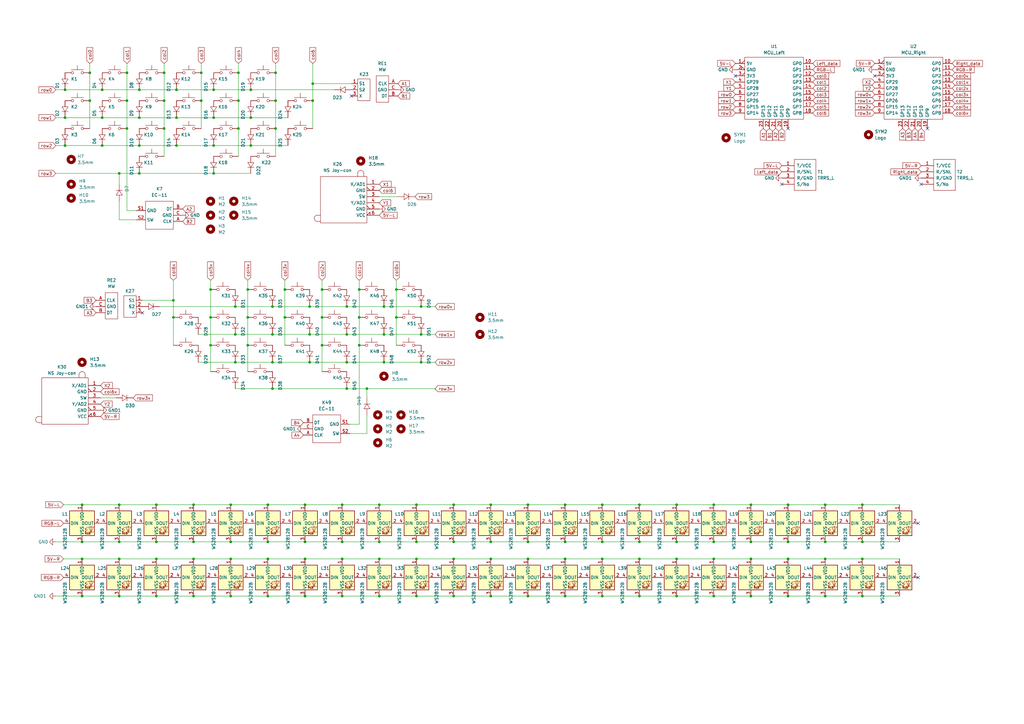
<source format=kicad_sch>
(kicad_sch (version 20230121) (generator eeschema)
  (paper "A3")
  (junction (at 170.815 244.475))
  (junction (at 111.76 137.16))
  (junction (at 307.975 229.235))
  (junction (at 48.895 244.475))
  (junction (at 170.815 229.235))
  (junction (at 247.015 207.01))
  (junction (at 292.735 229.235))
  (junction (at 67.31 29.845))
  (junction (at 109.855 244.475))
  (junction (at 186.055 244.475))
  (junction (at 262.255 222.25))
  (junction (at 26.67 36.83))
  (junction (at 132.08 118.745))
  (junction (at 201.295 207.01))
  (junction (at 231.775 229.235))
  (junction (at 128.27 34.29))
  (junction (at 72.39 59.69))
  (junction (at 79.375 222.25))
  (junction (at 52.07 41.275))
  (junction (at 140.335 229.235))
  (junction (at 142.24 148.59))
  (junction (at 307.975 222.25))
  (junction (at 155.575 244.475))
  (junction (at 41.91 48.26))
  (junction (at 142.24 125.73))
  (junction (at 262.255 229.235))
  (junction (at 127 125.73))
  (junction (at 64.135 207.01))
  (junction (at 36.83 41.275))
  (junction (at 247.015 244.475))
  (junction (at 157.48 137.16))
  (junction (at 247.015 222.25))
  (junction (at 26.67 59.69))
  (junction (at 48.895 222.25))
  (junction (at 292.735 222.25))
  (junction (at 142.24 137.16))
  (junction (at 172.72 148.59))
  (junction (at 216.535 244.475))
  (junction (at 41.91 59.69))
  (junction (at 201.295 229.235))
  (junction (at 140.335 222.25))
  (junction (at 64.135 229.235))
  (junction (at 82.55 29.845))
  (junction (at 82.55 41.275))
  (junction (at 262.255 207.01))
  (junction (at 52.07 29.845))
  (junction (at 323.215 222.25))
  (junction (at 147.32 130.175))
  (junction (at 216.535 207.01))
  (junction (at 147.32 141.605))
  (junction (at 125.095 244.475))
  (junction (at 94.615 229.235))
  (junction (at 201.295 222.25))
  (junction (at 67.31 52.705))
  (junction (at 86.36 130.175))
  (junction (at 96.52 137.16))
  (junction (at 57.15 71.12))
  (junction (at 323.215 207.01))
  (junction (at 67.31 41.275))
  (junction (at 102.87 59.69))
  (junction (at 94.615 207.01))
  (junction (at 307.975 244.475))
  (junction (at 262.255 244.475))
  (junction (at 87.63 36.83))
  (junction (at 102.87 48.26))
  (junction (at 96.52 125.73))
  (junction (at 102.87 36.83))
  (junction (at 201.295 244.475))
  (junction (at 48.895 207.01))
  (junction (at 97.79 29.845))
  (junction (at 33.655 244.475))
  (junction (at 36.83 29.845))
  (junction (at 323.215 244.475))
  (junction (at 277.495 229.235))
  (junction (at 307.975 207.01))
  (junction (at 277.495 222.25))
  (junction (at 57.15 36.83))
  (junction (at 87.63 59.69))
  (junction (at 292.735 207.01))
  (junction (at 79.375 207.01))
  (junction (at 113.03 29.845))
  (junction (at 86.36 141.605))
  (junction (at 231.775 207.01))
  (junction (at 125.095 229.235))
  (junction (at 353.695 207.01))
  (junction (at 41.91 36.83))
  (junction (at 231.775 222.25))
  (junction (at 111.76 148.59))
  (junction (at 216.535 229.235))
  (junction (at 277.495 244.475))
  (junction (at 125.095 222.25))
  (junction (at 64.135 222.25))
  (junction (at 127 137.16))
  (junction (at 125.095 207.01))
  (junction (at 87.63 48.26))
  (junction (at 128.27 41.275))
  (junction (at 97.79 41.275))
  (junction (at 109.855 222.25))
  (junction (at 116.84 118.745))
  (junction (at 338.455 222.25))
  (junction (at 71.12 123.19))
  (junction (at 338.455 229.235))
  (junction (at 127 148.59))
  (junction (at 132.08 130.175))
  (junction (at 33.655 229.235))
  (junction (at 26.67 48.26))
  (junction (at 162.56 130.175))
  (junction (at 157.48 125.73))
  (junction (at 353.695 244.475))
  (junction (at 48.895 229.235))
  (junction (at 96.52 148.59))
  (junction (at 172.72 125.73))
  (junction (at 109.855 229.235))
  (junction (at 101.6 130.175))
  (junction (at 157.48 148.59))
  (junction (at 186.055 222.25))
  (junction (at 186.055 229.235))
  (junction (at 338.455 207.01))
  (junction (at 33.655 207.01))
  (junction (at 140.335 244.475))
  (junction (at 97.79 52.705))
  (junction (at 111.76 125.73))
  (junction (at 292.735 244.475))
  (junction (at 109.855 207.01))
  (junction (at 71.12 130.175))
  (junction (at 52.07 52.705))
  (junction (at 57.15 59.69))
  (junction (at 186.055 207.01))
  (junction (at 155.575 222.25))
  (junction (at 231.775 244.475))
  (junction (at 247.015 229.235))
  (junction (at 72.39 36.83))
  (junction (at 113.03 52.705))
  (junction (at 353.695 222.25))
  (junction (at 94.615 244.475))
  (junction (at 79.375 244.475))
  (junction (at 86.36 118.745))
  (junction (at 338.455 244.475))
  (junction (at 87.63 71.12))
  (junction (at 147.32 118.745))
  (junction (at 155.575 229.235))
  (junction (at 277.495 207.01))
  (junction (at 72.39 48.26))
  (junction (at 353.695 229.235))
  (junction (at 170.815 222.25))
  (junction (at 48.895 71.12))
  (junction (at 57.15 48.26))
  (junction (at 64.135 244.475))
  (junction (at 155.575 207.01))
  (junction (at 113.03 41.275))
  (junction (at 132.08 141.605))
  (junction (at 140.335 207.01))
  (junction (at 33.655 222.25))
  (junction (at 150.495 159.385))
  (junction (at 170.815 207.01))
  (junction (at 111.76 159.385))
  (junction (at 116.84 130.175))
  (junction (at 216.535 222.25))
  (junction (at 172.72 137.16))
  (junction (at 162.56 118.745))
  (junction (at 101.6 141.605))
  (junction (at 79.375 229.235))
  (junction (at 323.215 229.235))
  (junction (at 142.24 159.385))
  (junction (at 101.6 118.745))
  (junction (at 94.615 222.25))
  (no_connect (at 380.365 52.705))
  (no_connect (at 376.555 236.855))
  (no_connect (at 376.555 214.63))
  (no_connect (at 377.825 75.565))
  (no_connect (at 323.215 52.705))
  (no_connect (at 301.625 31.115))
  (no_connect (at 358.775 31.115))
  (no_connect (at 320.675 75.565))
  (no_connect (at 144.145 39.37))
  (no_connect (at 58.42 128.27))
  (wire (pts (xy 113.03 52.705) (xy 113.03 64.135)))
  (wire (pts (xy 147.32 130.175) (xy 147.32 141.605)))
  (wire (pts (xy 162.56 118.745) (xy 162.56 130.175)))
  (wire (pts (xy 72.39 59.69) (xy 87.63 59.69)))
  (wire (pts (xy 323.215 222.25) (xy 338.455 222.25)))
  (wire (pts (xy 178.435 159.385) (xy 178.435 160.02)))
  (wire (pts (xy 128.27 41.275) (xy 128.27 52.705)))
  (wire (pts (xy 48.895 222.25) (xy 64.135 222.25)))
  (wire (pts (xy 277.495 222.25) (xy 292.735 222.25)))
  (wire (pts (xy 82.55 26.035) (xy 82.55 29.845)))
  (wire (pts (xy 58.42 123.19) (xy 71.12 123.19)))
  (wire (pts (xy 52.07 29.845) (xy 52.07 41.275)))
  (wire (pts (xy 307.975 244.475) (xy 323.215 244.475)))
  (wire (pts (xy 65.405 125.73) (xy 96.52 125.73)))
  (wire (pts (xy 102.87 48.26) (xy 118.11 48.26)))
  (wire (pts (xy 87.63 71.12) (xy 102.87 71.12)))
  (wire (pts (xy 186.055 222.25) (xy 201.295 222.25)))
  (wire (pts (xy 277.495 244.475) (xy 292.735 244.475)))
  (wire (pts (xy 86.36 141.605) (xy 86.36 152.4)))
  (wire (pts (xy 172.72 137.16) (xy 157.48 137.16)))
  (wire (pts (xy 323.215 244.475) (xy 338.455 244.475)))
  (wire (pts (xy 170.815 207.01) (xy 186.055 207.01)))
  (wire (pts (xy 155.575 229.235) (xy 170.815 229.235)))
  (wire (pts (xy 97.79 52.705) (xy 97.79 64.135)))
  (wire (pts (xy 142.24 148.59) (xy 127 148.59)))
  (wire (pts (xy 231.775 222.25) (xy 247.015 222.25)))
  (wire (pts (xy 353.695 222.25) (xy 368.935 222.25)))
  (wire (pts (xy 262.255 244.475) (xy 277.495 244.475)))
  (wire (pts (xy 140.335 244.475) (xy 155.575 244.475)))
  (wire (pts (xy 33.655 229.235) (xy 48.895 229.235)))
  (wire (pts (xy 140.335 222.25) (xy 155.575 222.25)))
  (wire (pts (xy 216.535 244.475) (xy 231.775 244.475)))
  (wire (pts (xy 86.36 130.175) (xy 86.36 141.605)))
  (wire (pts (xy 307.975 222.25) (xy 323.215 222.25)))
  (wire (pts (xy 116.84 114.935) (xy 116.84 118.745)))
  (wire (pts (xy 150.495 170.18) (xy 150.495 177.8)))
  (wire (pts (xy 113.03 26.035) (xy 113.03 29.845)))
  (wire (pts (xy 155.575 207.01) (xy 170.815 207.01)))
  (wire (pts (xy 353.695 229.235) (xy 368.935 229.235)))
  (wire (pts (xy 125.095 222.25) (xy 140.335 222.25)))
  (wire (pts (xy 79.375 229.235) (xy 94.615 229.235)))
  (wire (pts (xy 247.015 222.25) (xy 262.255 222.25)))
  (wire (pts (xy 201.295 207.01) (xy 216.535 207.01)))
  (wire (pts (xy 111.76 159.385) (xy 142.24 159.385)))
  (wire (pts (xy 147.32 114.935) (xy 147.32 118.745)))
  (wire (pts (xy 113.03 29.845) (xy 113.03 41.275)))
  (wire (pts (xy 170.815 229.235) (xy 186.055 229.235)))
  (wire (pts (xy 41.91 48.26) (xy 57.15 48.26)))
  (wire (pts (xy 338.455 244.475) (xy 353.695 244.475)))
  (wire (pts (xy 109.855 229.235) (xy 125.095 229.235)))
  (wire (pts (xy 48.895 229.235) (xy 64.135 229.235)))
  (wire (pts (xy 33.655 222.25) (xy 48.895 222.25)))
  (wire (pts (xy 48.895 71.12) (xy 48.895 75.565)))
  (wire (pts (xy 48.895 71.12) (xy 57.15 71.12)))
  (wire (pts (xy 247.015 244.475) (xy 262.255 244.475)))
  (wire (pts (xy 338.455 229.235) (xy 353.695 229.235)))
  (wire (pts (xy 67.31 26.035) (xy 67.31 29.845)))
  (wire (pts (xy 71.12 130.175) (xy 71.12 141.605)))
  (wire (pts (xy 142.24 159.385) (xy 150.495 159.385)))
  (wire (pts (xy 150.495 159.385) (xy 150.495 163.195)))
  (wire (pts (xy 128.27 26.035) (xy 128.27 34.29)))
  (wire (pts (xy 323.215 229.235) (xy 338.455 229.235)))
  (wire (pts (xy 48.895 244.475) (xy 64.135 244.475)))
  (wire (pts (xy 26.67 59.69) (xy 41.91 59.69)))
  (wire (pts (xy 307.975 229.235) (xy 323.215 229.235)))
  (wire (pts (xy 52.07 86.36) (xy 55.88 86.36)))
  (wire (pts (xy 162.56 114.935) (xy 162.56 118.745)))
  (wire (pts (xy 97.79 29.845) (xy 97.79 41.275)))
  (wire (pts (xy 132.08 130.175) (xy 132.08 141.605)))
  (wire (pts (xy 186.055 244.475) (xy 201.295 244.475)))
  (wire (pts (xy 125.095 244.475) (xy 140.335 244.475)))
  (wire (pts (xy 172.72 125.73) (xy 157.48 125.73)))
  (wire (pts (xy 178.435 159.385) (xy 150.495 159.385)))
  (wire (pts (xy 67.31 52.705) (xy 67.31 64.135)))
  (wire (pts (xy 277.495 229.235) (xy 292.735 229.235)))
  (wire (pts (xy 97.79 26.035) (xy 97.79 29.845)))
  (wire (pts (xy 127 125.73) (xy 111.76 125.73)))
  (wire (pts (xy 231.775 229.235) (xy 247.015 229.235)))
  (wire (pts (xy 67.31 41.275) (xy 67.31 52.705)))
  (wire (pts (xy 186.055 207.01) (xy 201.295 207.01)))
  (wire (pts (xy 155.575 80.645) (xy 163.195 80.645)))
  (wire (pts (xy 22.86 36.83) (xy 26.67 36.83)))
  (wire (pts (xy 277.495 207.01) (xy 292.735 207.01)))
  (wire (pts (xy 101.6 114.935) (xy 101.6 118.745)))
  (wire (pts (xy 102.87 59.69) (xy 118.11 59.69)))
  (wire (pts (xy 94.615 222.25) (xy 109.855 222.25)))
  (wire (pts (xy 36.83 26.035) (xy 36.83 29.845)))
  (wire (pts (xy 170.815 244.475) (xy 186.055 244.475)))
  (wire (pts (xy 147.32 141.605) (xy 147.32 173.99)))
  (wire (pts (xy 113.03 41.275) (xy 113.03 52.705)))
  (wire (pts (xy 231.775 244.475) (xy 247.015 244.475)))
  (wire (pts (xy 64.135 222.25) (xy 79.375 222.25)))
  (wire (pts (xy 128.27 34.29) (xy 128.27 41.275)))
  (wire (pts (xy 155.575 244.475) (xy 170.815 244.475)))
  (wire (pts (xy 143.51 177.8) (xy 150.495 177.8)))
  (wire (pts (xy 142.24 137.16) (xy 127 137.16)))
  (wire (pts (xy 71.12 123.19) (xy 71.12 130.175)))
  (wire (pts (xy 353.695 244.475) (xy 368.935 244.475)))
  (wire (pts (xy 170.815 222.25) (xy 186.055 222.25)))
  (wire (pts (xy 125.095 229.235) (xy 140.335 229.235)))
  (wire (pts (xy 94.615 207.01) (xy 109.855 207.01)))
  (wire (pts (xy 26.67 36.83) (xy 41.91 36.83)))
  (wire (pts (xy 22.86 59.69) (xy 26.67 59.69)))
  (wire (pts (xy 22.86 48.26) (xy 26.67 48.26)))
  (wire (pts (xy 201.295 244.475) (xy 216.535 244.475)))
  (wire (pts (xy 79.375 207.01) (xy 94.615 207.01)))
  (wire (pts (xy 111.76 125.73) (xy 96.52 125.73)))
  (wire (pts (xy 178.435 125.73) (xy 172.72 125.73)))
  (wire (pts (xy 157.48 137.16) (xy 142.24 137.16)))
  (wire (pts (xy 128.27 34.29) (xy 144.145 34.29)))
  (wire (pts (xy 216.535 222.25) (xy 231.775 222.25)))
  (wire (pts (xy 26.035 229.235) (xy 33.655 229.235)))
  (wire (pts (xy 79.375 222.25) (xy 94.615 222.25)))
  (wire (pts (xy 26.67 48.26) (xy 41.91 48.26)))
  (wire (pts (xy 87.63 48.26) (xy 102.87 48.26)))
  (wire (pts (xy 52.07 52.705) (xy 52.07 86.36)))
  (wire (pts (xy 94.615 244.475) (xy 109.855 244.475)))
  (wire (pts (xy 86.36 114.935) (xy 86.36 118.745)))
  (wire (pts (xy 247.015 229.235) (xy 262.255 229.235)))
  (wire (pts (xy 26.035 207.01) (xy 33.655 207.01)))
  (wire (pts (xy 338.455 207.01) (xy 353.695 207.01)))
  (wire (pts (xy 101.6 118.745) (xy 101.6 130.175)))
  (wire (pts (xy 157.48 148.59) (xy 142.24 148.59)))
  (wire (pts (xy 132.08 118.745) (xy 132.08 130.175)))
  (wire (pts (xy 162.56 130.175) (xy 162.56 141.605)))
  (wire (pts (xy 262.255 222.25) (xy 277.495 222.25)))
  (wire (pts (xy 132.08 114.935) (xy 132.08 118.745)))
  (wire (pts (xy 79.375 244.475) (xy 94.615 244.475)))
  (wire (pts (xy 216.535 229.235) (xy 231.775 229.235)))
  (wire (pts (xy 127 137.16) (xy 111.76 137.16)))
  (wire (pts (xy 262.255 207.01) (xy 277.495 207.01)))
  (wire (pts (xy 22.86 244.475) (xy 33.655 244.475)))
  (wire (pts (xy 22.86 71.12) (xy 48.895 71.12)))
  (wire (pts (xy 292.735 244.475) (xy 307.975 244.475)))
  (wire (pts (xy 132.08 141.605) (xy 132.08 152.4)))
  (wire (pts (xy 41.91 59.69) (xy 57.15 59.69)))
  (wire (pts (xy 201.295 229.235) (xy 216.535 229.235)))
  (wire (pts (xy 97.79 41.275) (xy 97.79 52.705)))
  (wire (pts (xy 71.12 114.935) (xy 71.12 123.19)))
  (wire (pts (xy 353.695 207.01) (xy 368.935 207.01)))
  (wire (pts (xy 155.575 222.25) (xy 170.815 222.25)))
  (wire (pts (xy 52.07 41.275) (xy 52.07 52.705)))
  (wire (pts (xy 247.015 207.01) (xy 262.255 207.01)))
  (wire (pts (xy 52.07 26.035) (xy 52.07 29.845)))
  (wire (pts (xy 201.295 222.25) (xy 216.535 222.25)))
  (wire (pts (xy 64.135 207.01) (xy 79.375 207.01)))
  (wire (pts (xy 101.6 130.175) (xy 101.6 141.605)))
  (wire (pts (xy 33.655 244.475) (xy 48.895 244.475)))
  (wire (pts (xy 36.83 29.845) (xy 36.83 41.275)))
  (wire (pts (xy 48.895 82.55) (xy 48.895 90.17)))
  (wire (pts (xy 33.655 207.01) (xy 48.895 207.01)))
  (wire (pts (xy 262.255 229.235) (xy 277.495 229.235)))
  (wire (pts (xy 172.72 148.59) (xy 157.48 148.59)))
  (wire (pts (xy 72.39 36.83) (xy 87.63 36.83)))
  (wire (pts (xy 157.48 125.73) (xy 142.24 125.73)))
  (wire (pts (xy 142.24 125.73) (xy 127 125.73)))
  (wire (pts (xy 216.535 207.01) (xy 231.775 207.01)))
  (wire (pts (xy 109.855 222.25) (xy 125.095 222.25)))
  (wire (pts (xy 57.15 48.26) (xy 72.39 48.26)))
  (wire (pts (xy 186.055 229.235) (xy 201.295 229.235)))
  (wire (pts (xy 82.55 41.275) (xy 82.55 52.705)))
  (wire (pts (xy 111.76 148.59) (xy 96.52 148.59)))
  (wire (pts (xy 292.735 229.235) (xy 307.975 229.235)))
  (wire (pts (xy 292.735 207.01) (xy 307.975 207.01)))
  (wire (pts (xy 323.215 207.01) (xy 338.455 207.01)))
  (wire (pts (xy 57.15 36.83) (xy 72.39 36.83)))
  (wire (pts (xy 81.28 137.16) (xy 96.52 137.16)))
  (wire (pts (xy 127 148.59) (xy 111.76 148.59)))
  (wire (pts (xy 292.735 222.25) (xy 307.975 222.25)))
  (wire (pts (xy 94.615 229.235) (xy 109.855 229.235)))
  (wire (pts (xy 86.36 118.745) (xy 86.36 130.175)))
  (wire (pts (xy 64.135 229.235) (xy 79.375 229.235)))
  (wire (pts (xy 178.435 137.16) (xy 172.72 137.16)))
  (wire (pts (xy 307.975 207.01) (xy 323.215 207.01)))
  (wire (pts (xy 109.855 244.475) (xy 125.095 244.475)))
  (wire (pts (xy 41.275 163.195) (xy 47.625 163.195)))
  (wire (pts (xy 116.84 118.745) (xy 116.84 130.175)))
  (wire (pts (xy 82.55 29.845) (xy 82.55 41.275)))
  (wire (pts (xy 111.76 159.385) (xy 96.52 159.385)))
  (wire (pts (xy 147.32 118.745) (xy 147.32 130.175)))
  (wire (pts (xy 231.775 207.01) (xy 247.015 207.01)))
  (wire (pts (xy 64.135 244.475) (xy 79.375 244.475)))
  (wire (pts (xy 87.63 36.83) (xy 102.87 36.83)))
  (wire (pts (xy 72.39 48.26) (xy 87.63 48.26)))
  (wire (pts (xy 109.855 207.01) (xy 125.095 207.01)))
  (wire (pts (xy 116.84 130.175) (xy 116.84 141.605)))
  (wire (pts (xy 87.63 59.69) (xy 102.87 59.69)))
  (wire (pts (xy 101.6 141.605) (xy 101.6 152.4)))
  (wire (pts (xy 125.095 207.01) (xy 140.335 207.01)))
  (wire (pts (xy 178.435 148.59) (xy 172.72 148.59)))
  (wire (pts (xy 147.32 173.99) (xy 143.51 173.99)))
  (wire (pts (xy 41.91 36.83) (xy 57.15 36.83)))
  (wire (pts (xy 67.31 29.845) (xy 67.31 41.275)))
  (wire (pts (xy 22.86 222.25) (xy 33.655 222.25)))
  (wire (pts (xy 55.88 90.17) (xy 48.895 90.17)))
  (wire (pts (xy 140.335 207.01) (xy 155.575 207.01)))
  (wire (pts (xy 111.76 137.16) (xy 96.52 137.16)))
  (wire (pts (xy 48.895 207.01) (xy 64.135 207.01)))
  (wire (pts (xy 140.335 229.235) (xy 155.575 229.235)))
  (wire (pts (xy 57.15 71.12) (xy 87.63 71.12)))
  (wire (pts (xy 81.28 148.59) (xy 96.52 148.59)))
  (wire (pts (xy 57.15 59.69) (xy 72.39 59.69)))
  (wire (pts (xy 137.16 36.83) (xy 102.87 36.83)))
  (wire (pts (xy 338.455 222.25) (xy 353.695 222.25)))
  (wire (pts (xy 36.83 41.275) (xy 36.83 52.705)))
  (global_label "5V-R" (shape input) (at 26.035 229.235 180) (property "Intersheetrefs" "${INTERSHEET_REFS}" (effects hide)))
  (global_label "row1" (shape input) (at 301.625 41.275 180) (property "Intersheetrefs" "${INTERSHEET_REFS}" (effects hide)))
  (global_label "A2" (shape input) (at 318.135 52.705 270) (property "Intersheetrefs" "${INTERSHEET_REFS}" (effects hide)))
  (global_label "col6x" (shape input) (at 71.12 114.935 90) (property "Intersheetrefs" "${INTERSHEET_REFS}" (effects hide)))
  (global_label "X2" (shape input) (at 41.275 158.115 0) (property "Intersheetrefs" "${INTERSHEET_REFS}" (effects hide)))
  (global_label "col4" (shape input) (at 97.79 26.035 90) (property "Intersheetrefs" "${INTERSHEET_REFS}" (effects hide)))
  (global_label "row0" (shape input) (at 22.86 36.83 180) (property "Intersheetrefs" "${INTERSHEET_REFS}" (effects hide)))
  (global_label "col1" (shape input) (at 52.07 26.035 90) (property "Intersheetrefs" "${INTERSHEET_REFS}" (effects hide)))
  (global_label "A1" (shape input) (at 163.195 34.29 0) (property "Intersheetrefs" "${INTERSHEET_REFS}" (effects hide)))
  (global_label "B3" (shape input) (at 39.37 123.19 180) (property "Intersheetrefs" "${INTERSHEET_REFS}" (effects hide)))
  (global_label "5V-R" (shape input) (at 377.825 67.945 180) (property "Intersheetrefs" "${INTERSHEET_REFS}" (effects hide)))
  (global_label "RGB-R" (shape input) (at 26.035 236.855 180) (property "Intersheetrefs" "${INTERSHEET_REFS}" (effects hide)))
  (global_label "X1" (shape input) (at 155.575 75.565 0) (property "Intersheetrefs" "${INTERSHEET_REFS}" (effects hide)))
  (global_label "B1" (shape input) (at 315.595 52.705 270) (property "Intersheetrefs" "${INTERSHEET_REFS}" (effects hide)))
  (global_label "5V-R" (shape input) (at 358.775 26.035 180) (property "Intersheetrefs" "${INTERSHEET_REFS}" (effects hide)))
  (global_label "A4" (shape input) (at 124.46 178.435 180) (property "Intersheetrefs" "${INTERSHEET_REFS}" (effects hide)))
  (global_label "col1" (shape input) (at 333.375 33.655 0) (property "Intersheetrefs" "${INTERSHEET_REFS}" (effects hide)))
  (global_label "A3" (shape input) (at 370.205 52.705 270) (property "Intersheetrefs" "${INTERSHEET_REFS}" (effects hide)))
  (global_label "col5x" (shape input) (at 390.525 43.815 0) (property "Intersheetrefs" "${INTERSHEET_REFS}" (effects hide)))
  (global_label "row1" (shape input) (at 22.86 48.26 180) (property "Intersheetrefs" "${INTERSHEET_REFS}" (effects hide)))
  (global_label "col0x" (shape input) (at 162.56 114.935 90) (property "Intersheetrefs" "${INTERSHEET_REFS}" (effects hide)))
  (global_label "A2" (shape input) (at 74.93 85.725 0) (property "Intersheetrefs" "${INTERSHEET_REFS}" (effects hide)))
  (global_label "col0" (shape input) (at 333.375 31.115 0) (property "Intersheetrefs" "${INTERSHEET_REFS}" (effects hide)))
  (global_label "col2x" (shape input) (at 132.08 114.935 90) (property "Intersheetrefs" "${INTERSHEET_REFS}" (effects hide)))
  (global_label "col0x" (shape input) (at 390.525 31.115 0) (property "Intersheetrefs" "${INTERSHEET_REFS}" (effects hide)))
  (global_label "col1x" (shape input) (at 390.525 33.655 0) (property "Intersheetrefs" "${INTERSHEET_REFS}" (effects hide)))
  (global_label "X1" (shape input) (at 301.625 33.655 180) (property "Intersheetrefs" "${INTERSHEET_REFS}" (effects hide)))
  (global_label "col2" (shape input) (at 333.375 36.195 0) (property "Intersheetrefs" "${INTERSHEET_REFS}" (effects hide)))
  (global_label "5V-R" (shape input) (at 41.275 170.815 0) (property "Intersheetrefs" "${INTERSHEET_REFS}" (effects hide)))
  (global_label "col6x" (shape input) (at 390.525 46.355 0) (property "Intersheetrefs" "${INTERSHEET_REFS}" (effects hide)))
  (global_label "5V-L" (shape input) (at 26.035 207.01 180) (property "Intersheetrefs" "${INTERSHEET_REFS}" (effects hide)))
  (global_label "col4x" (shape input) (at 101.6 114.935 90) (property "Intersheetrefs" "${INTERSHEET_REFS}" (effects hide)))
  (global_label "B4" (shape input) (at 377.825 52.705 270) (property "Intersheetrefs" "${INTERSHEET_REFS}" (effects hide)))
  (global_label "col5" (shape input) (at 333.375 43.815 0) (property "Intersheetrefs" "${INTERSHEET_REFS}" (effects hide)))
  (global_label "col5x" (shape input) (at 86.36 114.935 90) (property "Intersheetrefs" "${INTERSHEET_REFS}" (effects hide)))
  (global_label "row2x" (shape input) (at 178.435 148.59 0) (property "Intersheetrefs" "${INTERSHEET_REFS}" (effects hide)))
  (global_label "A1" (shape input) (at 313.055 52.705 270) (property "Intersheetrefs" "${INTERSHEET_REFS}" (effects hide)))
  (global_label "col6" (shape input) (at 333.375 46.355 0) (property "Intersheetrefs" "${INTERSHEET_REFS}" (effects hide)))
  (global_label "row2x" (shape input) (at 358.775 43.815 180) (property "Intersheetrefs" "${INTERSHEET_REFS}" (effects hide)))
  (global_label "row3x" (shape input) (at 54.61 163.195 0) (property "Intersheetrefs" "${INTERSHEET_REFS}" (effects hide)))
  (global_label "row3x" (shape input) (at 178.435 159.385 0) (property "Intersheetrefs" "${INTERSHEET_REFS}" (effects hide)))
  (global_label "Y2" (shape input) (at 41.275 165.735 0) (property "Intersheetrefs" "${INTERSHEET_REFS}" (effects hide)))
  (global_label "col2x" (shape input) (at 390.525 36.195 0) (property "Intersheetrefs" "${INTERSHEET_REFS}" (effects hide)))
  (global_label "5V-L" (shape input) (at 155.575 88.265 0) (property "Intersheetrefs" "${INTERSHEET_REFS}" (effects hide)))
  (global_label "col3" (shape input) (at 333.375 38.735 0) (property "Intersheetrefs" "${INTERSHEET_REFS}" (effects hide)))
  (global_label "row3x" (shape input) (at 358.775 46.355 180) (property "Intersheetrefs" "${INTERSHEET_REFS}" (effects hide)))
  (global_label "col3x" (shape input) (at 116.84 114.935 90) (property "Intersheetrefs" "${INTERSHEET_REFS}" (effects hide)))
  (global_label "row3" (shape input) (at 170.18 80.645 0) (property "Intersheetrefs" "${INTERSHEET_REFS}" (effects hide)))
  (global_label "A3" (shape input) (at 39.37 128.27 180) (property "Intersheetrefs" "${INTERSHEET_REFS}" (effects hide)))
  (global_label "Y2" (shape input) (at 358.775 36.195 180) (property "Intersheetrefs" "${INTERSHEET_REFS}" (effects hide)))
  (global_label "Y1" (shape input) (at 155.575 83.185 0) (property "Intersheetrefs" "${INTERSHEET_REFS}" (effects hide)))
  (global_label "A4" (shape input) (at 375.285 52.705 270) (property "Intersheetrefs" "${INTERSHEET_REFS}" (effects hide)))
  (global_label "col1x" (shape input) (at 147.32 114.935 90) (property "Intersheetrefs" "${INTERSHEET_REFS}" (effects hide)))
  (global_label "row2" (shape input) (at 22.86 59.69 180) (property "Intersheetrefs" "${INTERSHEET_REFS}" (effects hide)))
  (global_label "col0" (shape input) (at 36.83 26.035 90) (property "Intersheetrefs" "${INTERSHEET_REFS}" (effects hide)))
  (global_label "row2" (shape input) (at 301.625 43.815 180) (property "Intersheetrefs" "${INTERSHEET_REFS}" (effects hide)))
  (global_label "row3" (shape input) (at 301.625 46.355 180) (property "Intersheetrefs" "${INTERSHEET_REFS}" (effects hide)))
  (global_label "col6" (shape input) (at 155.575 78.105 0) (property "Intersheetrefs" "${INTERSHEET_REFS}" (effects hide)))
  (global_label "row0x" (shape input) (at 358.775 38.735 180) (property "Intersheetrefs" "${INTERSHEET_REFS}" (effects hide)))
  (global_label "B2" (shape input) (at 74.93 90.805 0) (property "Intersheetrefs" "${INTERSHEET_REFS}" (effects hide)))
  (global_label "col4x" (shape input) (at 390.525 41.275 0) (property "Intersheetrefs" "${INTERSHEET_REFS}" (effects hide)))
  (global_label "col6x" (shape input) (at 41.275 160.655 0) (property "Intersheetrefs" "${INTERSHEET_REFS}" (effects hide)))
  (global_label "row1x" (shape input) (at 178.435 137.16 0) (property "Intersheetrefs" "${INTERSHEET_REFS}" (effects hide)))
  (global_label "Left_data" (shape input) (at 333.375 26.035 0) (property "Intersheetrefs" "${INTERSHEET_REFS}" (effects hide)))
  (global_label "col2" (shape input) (at 67.31 26.035 90) (property "Intersheetrefs" "${INTERSHEET_REFS}" (effects hide)))
  (global_label "col5" (shape input) (at 113.03 26.035 90) (property "Intersheetrefs" "${INTERSHEET_REFS}" (effects hide)))
  (global_label "RGB-R" (shape input) (at 390.525 28.575 0) (property "Intersheetrefs" "${INTERSHEET_REFS}" (effects hide)))
  (global_label "RGB-L" (shape input) (at 333.375 28.575 0) (property "Intersheetrefs" "${INTERSHEET_REFS}" (effects hide)))
  (global_label "col6" (shape input) (at 128.27 26.035 90) (property "Intersheetrefs" "${INTERSHEET_REFS}" (effects hide)))
  (global_label "B1" (shape input) (at 163.195 39.37 0) (property "Intersheetrefs" "${INTERSHEET_REFS}" (effects hide)))
  (global_label "Left_data" (shape input) (at 320.675 70.485 180) (property "Intersheetrefs" "${INTERSHEET_REFS}" (effects hide)))
  (global_label "5V-L" (shape input) (at 320.675 67.945 180) (property "Intersheetrefs" "${INTERSHEET_REFS}" (effects hide)))
  (global_label "col3" (shape input) (at 82.55 26.035 90) (property "Intersheetrefs" "${INTERSHEET_REFS}" (effects hide)))
  (global_label "Right_data" (shape input) (at 390.525 26.035 0) (property "Intersheetrefs" "${INTERSHEET_REFS}" (effects hide)))
  (global_label "row3" (shape input) (at 22.86 71.12 180) (property "Intersheetrefs" "${INTERSHEET_REFS}" (effects hide)))
  (global_label "B2" (shape input) (at 320.675 52.705 270) (property "Intersheetrefs" "${INTERSHEET_REFS}" (effects hide)))
  (global_label "Right_data" (shape input) (at 377.825 70.485 180) (property "Intersheetrefs" "${INTERSHEET_REFS}" (effects hide)))
  (global_label "B4" (shape input) (at 124.46 173.355 180) (property "Intersheetrefs" "${INTERSHEET_REFS}" (effects hide)))
  (global_label "Y1" (shape input) (at 301.625 36.195 180) (property "Intersheetrefs" "${INTERSHEET_REFS}" (effects hide)))
  (global_label "row1x" (shape input) (at 358.775 41.275 180) (property "Intersheetrefs" "${INTERSHEET_REFS}" (effects hide)))
  (global_label "5V-L" (shape input) (at 301.625 26.035 180) (property "Intersheetrefs" "${INTERSHEET_REFS}" (effects hide)))
  (global_label "col4" (shape input) (at 333.375 41.275 0) (property "Intersheetrefs" "${INTERSHEET_REFS}" (effects hide)))
  (global_label "RGB-L" (shape input) (at 26.035 214.63 180) (property "Intersheetrefs" "${INTERSHEET_REFS}" (effects hide)))
  (global_label "B3" (shape input) (at 372.745 52.705 270) (property "Intersheetrefs" "${INTERSHEET_REFS}" (effects hide)))
  (global_label "row0" (shape input) (at 301.625 38.735 180) (property "Intersheetrefs" "${INTERSHEET_REFS}" (effects hide)))
  (global_label "X2" (shape input) (at 358.775 33.655 180) (property "Intersheetrefs" "${INTERSHEET_REFS}" (effects hide)))
  (global_label "col3x" (shape input) (at 390.525 38.735 0) (property "Intersheetrefs" "${INTERSHEET_REFS}" (effects hide)))
  (global_label "row0x" (shape input) (at 178.435 125.73 0) (property "Intersheetrefs" "${INTERSHEET_REFS}" (effects hide)))
  (symbol (lib_id "Switch:SW_Push") (at 107.95 29.845 0) (unit 1)
    (property "Reference" "K19" (at 106.68 32.385 0))
    (property "Value" "SW_Push" (effects hide))
    (property "Footprint" "DreaM117er-keebLibrary:SW_Choc_KLP12_Hotswap_Plated_1.00u" (effects hide))
  )
  (symbol (lib_id "Mechanical:MountingHole") (at 157.48 154.305 0) (unit 1)
    (property "Reference" "H8" (at 160.655 153.035 0) (effects (justify left)))
    (property "Value" "3.5mm" (at 160.655 155.575 0) (effects (justify left)))
    (property "Footprint" "MountingHole:MountingHole_3.5mm" (effects hide))
  )
  (symbol (lib_id "power:GND1") (at 22.86 244.475 270) (unit 1)
    (property "Reference" "#PWR014" (effects hide))
    (property "Value" "GND1" (at 19.05 244.475 90) (effects (justify right)))
  )
  (symbol (lib_id "DreaM117er_Library:DS_1N4148_TS") (at 142.24 133.35 270) (mirror x) (unit 1)
    (property "Reference" "D43" (at 145.415 133.985 0) (effects (justify right)))
    (property "Value" "1N4148_TS" (effects hide))
    (property "Footprint" "DreaM117er-keebLibrary:D_SOD-123" (effects hide))
  )
  (symbol (lib_id "Switch:SW_Push") (at 31.75 52.705 0) (unit 1)
    (property "Reference" "K3" (at 30.48 55.245 0))
    (property "Value" "SW_Push" (effects hide))
    (property "Footprint" "DreaM117er-keebLibrary:SW_Choc_KLP12_Hotswap_Plated_1.00u" (effects hide))
  )
  (symbol (lib_id "DreaM117er_Library:DS_1N4148_TS") (at 26.67 33.02 90) (unit 1)
    (property "Reference" "D1" (at 23.495 33.655 0) (effects (justify right)))
    (property "Value" "1N4148_TS" (effects hide))
    (property "Footprint" "DreaM117er-keebLibrary:D_SOD-123" (effects hide))
  )
  (symbol (lib_id "LED:WS2812B") (at 323.215 214.63 0) (unit 1)
    (property "Reference" "L20" (at 316.23 210.82 0))
    (property "Value" "WS2812B" (at 316.23 220.98 90))
    (property "Footprint" "DreaM117er-keebLibrary:LED_SK6812MINI-E" (effects hide))
    (property "Datasheet" "https://cdn-shop.adafruit.com/datasheets/WS2812B.pdf" (effects hide))
  )
  (symbol (lib_id "Switch:SW_Push") (at 107.95 64.135 0) (mirror y) (unit 1)
    (property "Reference" "K22" (at 109.22 66.675 0))
    (property "Value" "SW_Push" (effects hide))
    (property "Footprint" "DreaM117er-keebLibrary:SW_Choc_KLP12_Hotswap_Plated_1.25u" (effects hide))
  )
  (symbol (lib_id "LED:WS2812B") (at 201.295 236.855 0) (unit 1)
    (property "Reference" "L35" (at 194.31 233.045 0))
    (property "Value" "WS2812B" (at 194.31 243.205 90))
    (property "Footprint" "DreaM117er-keebLibrary:LED_SK6812MINI-E" (effects hide))
    (property "Datasheet" "https://cdn-shop.adafruit.com/datasheets/WS2812B.pdf" (effects hide))
  )
  (symbol (lib_id "Switch:SW_Push") (at 137.16 118.745 0) (mirror y) (unit 1)
    (property "Reference" "K42" (at 138.43 121.285 0))
    (property "Value" "SW_Push" (effects hide))
    (property "Footprint" "DreaM117er-keebLibrary:SW_Choc_KLP12_Hotswap_Plated_1.00u" (effects hide))
  )
  (symbol (lib_id "DreaM117er_Library:DS_1N4148_TS") (at 57.15 44.45 90) (unit 1)
    (property "Reference" "D9" (at 53.975 45.085 0) (effects (justify right)))
    (property "Value" "1N4148_TS" (effects hide))
    (property "Footprint" "DreaM117er-keebLibrary:D_SOD-123" (effects hide))
  )
  (symbol (lib_id "LED:WS2812B") (at 307.975 214.63 0) (unit 1)
    (property "Reference" "L19" (at 300.99 210.82 0))
    (property "Value" "WS2812B" (at 300.99 220.98 90))
    (property "Footprint" "DreaM117er-keebLibrary:LED_SK6812MINI-E" (effects hide))
    (property "Datasheet" "https://cdn-shop.adafruit.com/datasheets/WS2812B.pdf" (effects hide))
  )
  (symbol (lib_id "DreaM117er_Library:DS_1N4148_TS") (at 96.52 144.78 270) (mirror x) (unit 1)
    (property "Reference" "D33" (at 99.695 145.415 0) (effects (justify right)))
    (property "Value" "1N4148_TS" (effects hide))
    (property "Footprint" "DreaM117er-keebLibrary:D_SOD-123" (effects hide))
  )
  (symbol (lib_id "DreaM117er_Library:MCU_RP2040_SuperMini") (at 374.65 32.385 0) (unit 1)
    (property "Reference" "U2" (at 374.65 19.05 0))
    (property "Value" "MCU_Right" (at 374.65 21.59 0))
    (property "Footprint" "DreaM117er-keebLibrary:MCU_RP2040SuperMini_SMD" (effects hide))
  )
  (symbol (lib_id "Mechanical:MountingHole") (at 164.465 170.18 0) (unit 1)
    (property "Reference" "H16" (at 167.64 168.91 0) (effects (justify left)))
    (property "Value" "3.5mm" (at 167.64 171.45 0) (effects (justify left)))
    (property "Footprint" "MountingHole:MountingHole_3.5mm" (effects hide))
  )
  (symbol (lib_id "DreaM117er_Library:DS_1N4148_TS") (at 127 144.78 270) (mirror x) (unit 1)
    (property "Reference" "D41" (at 130.175 145.415 0) (effects (justify right)))
    (property "Value" "1N4148_TS" (effects hide))
    (property "Footprint" "DreaM117er-keebLibrary:D_SOD-123" (effects hide))
  )
  (symbol (lib_id "LED:WS2812B") (at 262.255 214.63 0) (unit 1)
    (property "Reference" "L16" (at 255.27 210.82 0))
    (property "Value" "WS2812B" (at 255.27 220.98 90))
    (property "Footprint" "DreaM117er-keebLibrary:LED_SK6812MINI-E" (effects hide))
    (property "Datasheet" "https://cdn-shop.adafruit.com/datasheets/WS2812B.pdf" (effects hide))
  )
  (symbol (lib_id "DreaM117er_Library:RotaryEncoder_MouseWheel") (at 45.72 125.73 0) (mirror y) (unit 1)
    (property "Reference" "RE2" (at 45.72 114.935 0))
    (property "Value" "MW" (at 45.72 117.475 0))
    (property "Footprint" "DreaM117er-keebLibrary:RotaryEncoder_MouseWheel" (effects hide))
  )
  (symbol (lib_id "Mechanical:MountingHole") (at 196.85 130.175 0) (unit 1)
    (property "Reference" "H11" (at 200.025 128.905 0) (effects (justify left)))
    (property "Value" "3.5mm" (at 200.025 131.445 0) (effects (justify left)))
    (property "Footprint" "MountingHole:MountingHole_3.5mm" (effects hide))
  )
  (symbol (lib_id "power:GND") (at 155.575 85.725 90) (unit 1)
    (property "Reference" "#PWR012" (effects hide))
    (property "Value" "GND" (at 160.655 85.725 90))
  )
  (symbol (lib_id "LED:WS2812B") (at 277.495 214.63 0) (unit 1)
    (property "Reference" "L17" (at 270.51 210.82 0))
    (property "Value" "WS2812B" (at 270.51 220.98 90))
    (property "Footprint" "DreaM117er-keebLibrary:LED_SK6812MINI-E" (effects hide))
    (property "Datasheet" "https://cdn-shop.adafruit.com/datasheets/WS2812B.pdf" (effects hide))
  )
  (symbol (lib_id "DreaM117er_Library:DS_1N4148_TS") (at 118.11 44.45 90) (unit 1)
    (property "Reference" "D24" (at 114.935 45.085 0) (effects (justify right)))
    (property "Value" "1N4148_TS" (effects hide))
    (property "Footprint" "DreaM117er-keebLibrary:D_SOD-123" (effects hide))
  )
  (symbol (lib_id "LED:WS2812B") (at 48.895 236.855 0) (unit 1)
    (property "Reference" "L25" (at 41.91 233.045 0))
    (property "Value" "WS2812B" (at 41.91 243.205 90))
    (property "Footprint" "DreaM117er-keebLibrary:LED_SK6812MINI-E" (effects hide))
    (property "Datasheet" "https://cdn-shop.adafruit.com/datasheets/WS2812B.pdf" (effects hide))
  )
  (symbol (lib_id "power:GND") (at 22.86 222.25 270) (unit 1)
    (property "Reference" "#PWR013" (effects hide))
    (property "Value" "GND" (at 17.78 222.25 90))
  )
  (symbol (lib_id "Switch:SW_Push") (at 121.92 118.745 0) (mirror y) (unit 1)
    (property "Reference" "K39" (at 123.19 121.285 0))
    (property "Value" "SW_Push" (effects hide))
    (property "Footprint" "DreaM117er-keebLibrary:SW_Choc_KLP12_Hotswap_Plated_1.00u" (effects hide))
  )
  (symbol (lib_id "DreaM117er_Library:DS_1N4148_TS") (at 26.67 44.45 90) (unit 1)
    (property "Reference" "D2" (at 23.495 45.085 0) (effects (justify right)))
    (property "Value" "1N4148_TS" (effects hide))
    (property "Footprint" "DreaM117er-keebLibrary:D_SOD-123" (effects hide))
  )
  (symbol (lib_id "Switch:SW_Push") (at 92.71 64.135 0) (unit 1)
    (property "Reference" "K18" (at 91.44 66.675 0))
    (property "Value" "SW_Push" (effects hide))
    (property "Footprint" "DreaM117er-keebLibrary:SW_Choc_KLP12_Hotswap_Plated_1.00u" (effects hide))
  )
  (symbol (lib_id "DreaM117er_Library:RotaryEncoder_MouseWheel") (at 156.845 36.83 0) (unit 1)
    (property "Reference" "RE1" (at 156.845 26.035 0))
    (property "Value" "MW" (at 156.845 28.575 0))
    (property "Footprint" "DreaM117er-keebLibrary:RotaryEncoder_MouseWheel" (effects hide))
  )
  (symbol (lib_id "DreaM117er_Library:DS_1N4148_TS") (at 41.91 33.02 90) (unit 1)
    (property "Reference" "D4" (at 38.735 33.655 0) (effects (justify right)))
    (property "Value" "1N4148_TS" (effects hide))
    (property "Footprint" "DreaM117er-keebLibrary:D_SOD-123" (effects hide))
  )
  (symbol (lib_id "DreaM117er_Library:DS_1N4148_TS") (at 111.76 155.575 270) (mirror x) (unit 1)
    (property "Reference" "D38" (at 114.935 156.21 0) (effects (justify right)))
    (property "Value" "1N4148_TS" (effects hide))
    (property "Footprint" "DreaM117er-keebLibrary:D_SOD-123" (effects hide))
  )
  (symbol (lib_id "DreaM117er_Library:DS_1N4148_TS") (at 140.97 36.83 0) (mirror x) (unit 1)
    (property "Reference" "D23" (at 140.335 40.005 0) (effects (justify right)))
    (property "Value" "1N4148_TS" (effects hide))
    (property "Footprint" "DreaM117er-keebLibrary:D_SOD-123" (effects hide))
  )
  (symbol (lib_id "DreaM117er_Library:DS_1N4148_TS") (at 142.24 144.78 270) (mirror x) (unit 1)
    (property "Reference" "D44" (at 145.415 145.415 0) (effects (justify right)))
    (property "Value" "1N4148_TS" (effects hide))
    (property "Footprint" "DreaM117er-keebLibrary:D_SOD-123" (effects hide))
  )
  (symbol (lib_id "Switch:SW_Push") (at 92.71 52.705 0) (unit 1)
    (property "Reference" "K17" (at 91.44 55.245 0))
    (property "Value" "SW_Push" (effects hide))
    (property "Footprint" "DreaM117er-keebLibrary:SW_Choc_KLP12_Hotswap_Plated_1.00u" (effects hide))
  )
  (symbol (lib_id "DreaM117er_Library:DS_1N4148_TS") (at 57.15 67.31 90) (unit 1)
    (property "Reference" "D11" (at 53.975 67.945 0) (effects (justify right)))
    (property "Value" "1N4148_TS" (effects hide))
    (property "Footprint" "DreaM117er-keebLibrary:D_SOD-123" (effects hide))
  )
  (symbol (lib_id "DreaM117er_Library:DS_1N4148_TS") (at 111.76 144.78 270) (mirror x) (unit 1)
    (property "Reference" "D37" (at 114.935 145.415 0) (effects (justify right)))
    (property "Value" "1N4148_TS" (effects hide))
    (property "Footprint" "DreaM117er-keebLibrary:D_SOD-123" (effects hide))
  )
  (symbol (lib_id "DreaM117er_Library:DS_1N4148_TS") (at 102.87 33.02 90) (unit 1)
    (property "Reference" "D19" (at 99.695 33.655 0) (effects (justify right)))
    (property "Value" "1N4148_TS" (effects hide))
    (property "Footprint" "DreaM117er-keebLibrary:D_SOD-123" (effects hide))
  )
  (symbol (lib_id "Switch:SW_Push") (at 167.64 118.745 0) (mirror y) (unit 1)
    (property "Reference" "K50" (at 168.91 121.285 0))
    (property "Value" "SW_Push" (effects hide))
    (property "Footprint" "DreaM117er-keebLibrary:SW_Choc_KLP12_Hotswap_Plated_1.00u" (effects hide))
  )
  (symbol (lib_id "DreaM117er_Library:DS_1N4148_TS") (at 87.63 33.02 90) (unit 1)
    (property "Reference" "D15" (at 84.455 33.655 0) (effects (justify right)))
    (property "Value" "1N4148_TS" (effects hide))
    (property "Footprint" "DreaM117er-keebLibrary:D_SOD-123" (effects hide))
  )
  (symbol (lib_id "LED:WS2812B") (at 33.655 214.63 0) (unit 1)
    (property "Reference" "L1" (at 26.67 210.82 0))
    (property "Value" "WS2812B" (at 26.67 220.98 90))
    (property "Footprint" "DreaM117er-keebLibrary:LED_SK6812MINI-E" (effects hide))
    (property "Datasheet" "https://cdn-shop.adafruit.com/datasheets/WS2812B.pdf" (effects hide))
  )
  (symbol (lib_id "Switch:SW_Push") (at 62.23 52.705 0) (unit 1)
    (property "Reference" "K10" (at 60.96 55.245 0))
    (property "Value" "SW_Push" (effects hide))
    (property "Footprint" "DreaM117er-keebLibrary:SW_Choc_KLP12_Hotswap_Plated_1.00u" (effects hide))
  )
  (symbol (lib_id "DreaM117er_Library:DS_1N4148_TS") (at 157.48 133.35 270) (mirror x) (unit 1)
    (property "Reference" "D47" (at 160.655 133.985 0) (effects (justify right)))
    (property "Value" "1N4148_TS" (effects hide))
    (property "Footprint" "DreaM117er-keebLibrary:D_SOD-123" (effects hide))
  )
  (symbol (lib_id "DreaM117er_Library:DS_1N4148_TS") (at 72.39 33.02 90) (unit 1)
    (property "Reference" "D12" (at 69.215 33.655 0) (effects (justify right)))
    (property "Value" "1N4148_TS" (effects hide))
    (property "Footprint" "DreaM117er-keebLibrary:D_SOD-123" (effects hide))
  )
  (symbol (lib_id "Switch:SW_Push") (at 62.23 64.135 0) (unit 1)
    (property "Reference" "K11" (at 60.96 66.675 0))
    (property "Value" "SW_Push" (effects hide))
    (property "Footprint" "DreaM117er-keebLibrary:SW_Choc_KLP12_Hotswap_Plated_1.00u" (effects hide))
  )
  (symbol (lib_id "LED:WS2812B") (at 338.455 236.855 0) (unit 1)
    (property "Reference" "L44" (at 331.47 233.045 0))
    (property "Value" "WS2812B" (at 331.47 243.205 90))
    (property "Footprint" "DreaM117er-keebLibrary:LED_SK6812MINI-E" (effects hide))
    (property "Datasheet" "https://cdn-shop.adafruit.com/datasheets/WS2812B.pdf" (effects hide))
  )
  (symbol (lib_id "LED:WS2812B") (at 64.135 236.855 0) (unit 1)
    (property "Reference" "L26" (at 57.15 233.045 0))
    (property "Value" "WS2812B" (at 57.15 243.205 90))
    (property "Footprint" "DreaM117er-keebLibrary:LED_SK6812MINI-E" (effects hide))
    (property "Datasheet" "https://cdn-shop.adafruit.com/datasheets/WS2812B.pdf" (effects hide))
  )
  (symbol (lib_id "LED:WS2812B") (at 155.575 214.63 0) (unit 1)
    (property "Reference" "L9" (at 148.59 210.82 0))
    (property "Value" "WS2812B" (at 148.59 220.98 90))
    (property "Footprint" "DreaM117er-keebLibrary:LED_SK6812MINI-E" (effects hide))
    (property "Datasheet" "https://cdn-shop.adafruit.com/datasheets/WS2812B.pdf" (effects hide))
  )
  (symbol (lib_id "Mechanical:MountingHole") (at 29.21 81.28 0) (unit 1)
    (property "Reference" "H10" (at 32.385 80.01 0) (effects (justify left)))
    (property "Value" "3.5mm" (at 32.385 82.55 0) (effects (justify left)))
    (property "Footprint" "MountingHole:MountingHole_3.5mm" (effects hide))
  )
  (symbol (lib_id "LED:WS2812B") (at 353.695 214.63 0) (unit 1)
    (property "Reference" "L22" (at 346.71 210.82 0))
    (property "Value" "WS2812B" (at 346.71 220.98 90))
    (property "Footprint" "DreaM117er-keebLibrary:LED_SK6812MINI-E" (effects hide))
    (property "Datasheet" "https://cdn-shop.adafruit.com/datasheets/WS2812B.pdf" (effects hide))
  )
  (symbol (lib_id "LED:WS2812B") (at 262.255 236.855 0) (unit 1)
    (property "Reference" "L39" (at 255.27 233.045 0))
    (property "Value" "WS2812B" (at 255.27 243.205 90))
    (property "Footprint" "DreaM117er-keebLibrary:LED_SK6812MINI-E" (effects hide))
    (property "Datasheet" "https://cdn-shop.adafruit.com/datasheets/WS2812B.pdf" (effects hide))
  )
  (symbol (lib_id "Switch:SW_Push") (at 152.4 118.745 0) (mirror y) (unit 1)
    (property "Reference" "K46" (at 153.67 121.285 0))
    (property "Value" "SW_Push" (effects hide))
    (property "Footprint" "DreaM117er-keebLibrary:SW_Choc_KLP12_Hotswap_Plated_1.00u" (effects hide))
  )
  (symbol (lib_id "Switch:SW_Push") (at 31.75 41.275 0) (unit 1)
    (property "Reference" "K2" (at 30.48 43.815 0))
    (property "Value" "SW_Push" (effects hide))
    (property "Footprint" "DreaM117er-keebLibrary:SW_Choc_KLP12_Hotswap_Plated_1.00u" (effects hide))
  )
  (symbol (lib_id "Switch:SW_Push") (at 92.71 41.275 0) (unit 1)
    (property "Reference" "K16" (at 91.44 43.815 0))
    (property "Value" "SW_Push" (effects hide))
    (property "Footprint" "DreaM117er-keebLibrary:SW_Choc_KLP12_Hotswap_Plated_1.00u" (effects hide))
  )
  (symbol (lib_id "Mechanical:MountingHole") (at 95.885 88.265 0) (unit 1)
    (property "Reference" "H15" (at 99.06 86.995 0) (effects (justify left)))
    (property "Value" "3.5mm" (at 99.06 89.535 0) (effects (justify left)))
    (property "Footprint" "MountingHole:MountingHole_3.5mm" (effects hide))
  )
  (symbol (lib_id "Switch:SW_Push") (at 92.71 29.845 0) (unit 1)
    (property "Reference" "K15" (at 91.44 32.385 0))
    (property "Value" "SW_Push" (effects hide))
    (property "Footprint" "DreaM117er-keebLibrary:SW_Choc_KLP12_Hotswap_Plated_1.00u" (effects hide))
  )
  (symbol (lib_id "DreaM117er_Library:RotaryEncoder_EC-11") (at 133.985 175.895 0) (mirror x) (unit 1)
    (property "Reference" "K49" (at 133.985 165.1 0))
    (property "Value" "EC-11" (at 133.985 167.64 0))
    (property "Footprint" "DreaM117er-keebLibrary:RotaryEncoder_EC11" (effects hide))
  )
  (symbol (lib_id "DreaM117er_Library:DS_1N4148_TS") (at 26.67 55.88 90) (unit 1)
    (property "Reference" "D3" (at 23.495 56.515 0) (effects (justify right)))
    (property "Value" "1N4148_TS" (effects hide))
    (property "Footprint" "DreaM117er-keebLibrary:D_SOD-123" (effects hide))
  )
  (symbol (lib_id "Switch:SW_Push") (at 91.44 152.4 0) (mirror y) (unit 1)
    (property "Reference" "K34" (at 92.71 154.94 0))
    (property "Value" "SW_Push" (effects hide))
    (property "Footprint" "DreaM117er-keebLibrary:SW_Choc_KLP12_Hotswap_Plated_1.25u" (effects hide))
  )
  (symbol (lib_id "LED:WS2812B") (at 48.895 214.63 0) (unit 1)
    (property "Reference" "L2" (at 41.91 210.82 0))
    (property "Value" "WS2812B" (at 41.91 220.98 90))
    (property "Footprint" "DreaM117er-keebLibrary:LED_SK6812MINI-E" (effects hide))
    (property "Datasheet" "https://cdn-shop.adafruit.com/datasheets/WS2812B.pdf" (effects hide))
  )
  (symbol (lib_id "DreaM117er_Library:DS_1N4148_TS") (at 102.87 55.88 90) (unit 1)
    (property "Reference" "D21" (at 99.695 56.515 0) (effects (justify right)))
    (property "Value" "1N4148_TS" (effects hide))
    (property "Footprint" "DreaM117er-keebLibrary:D_SOD-123" (effects hide))
  )
  (symbol (lib_id "Switch:SW_Push") (at 77.47 29.845 0) (unit 1)
    (property "Reference" "K12" (at 76.2 32.385 0))
    (property "Value" "SW_Push" (effects hide))
    (property "Footprint" "DreaM117er-keebLibrary:SW_Choc_KLP12_Hotswap_Plated_1.00u" (effects hide))
  )
  (symbol (lib_id "DreaM117er_Library:DS_1N4148_TS") (at 150.495 167.005 90) (mirror x) (unit 1)
    (property "Reference" "D49" (at 147.32 166.37 0) (effects (justify right)))
    (property "Value" "1N4148_TS" (effects hide))
    (property "Footprint" "DreaM117er-keebLibrary:D_SOD-123" (effects hide))
  )
  (symbol (lib_id "DreaM117er_Library:Joystick_NSJoycon") (at 26.67 164.465 0) (unit 1)
    (property "Reference" "K30" (at 25.4 150.495 0))
    (property "Value" "NS Joy-con" (at 25.4 153.035 0))
    (property "Footprint" "DreaM117er-keebLibrary:Joystick_NSJoy-con" (effects hide))
  )
  (symbol (lib_id "DreaM117er_Library:TRRS") (at 329.565 78.105 0) (unit 1)
    (property "Reference" "T1" (at 335.28 70.485 0) (effects (justify left)))
    (property "Value" "TRRS_L" (at 335.28 73.025 0) (effects (justify left)))
    (property "Footprint" "DreaM117er-keebLibrary:TRRS-PJ-320A" (effects hide))
  )
  (symbol (lib_id "DreaM117er_Library:DS_1N4148_TS") (at 41.91 44.45 90) (unit 1)
    (property "Reference" "D5" (at 38.735 45.085 0) (effects (justify right)))
    (property "Value" "1N4148_TS" (effects hide))
    (property "Footprint" "DreaM117er-keebLibrary:D_SOD-123" (effects hide))
  )
  (symbol (lib_id "LED:WS2812B") (at 109.855 214.63 0) (unit 1)
    (property "Reference" "L6" (at 102.87 210.82 0))
    (property "Value" "WS2812B" (at 102.87 220.98 90))
    (property "Footprint" "DreaM117er-keebLibrary:LED_SK6812MINI-E" (effects hide))
    (property "Datasheet" "https://cdn-shop.adafruit.com/datasheets/WS2812B.pdf" (effects hide))
  )
  (symbol (lib_id "LED:WS2812B") (at 125.095 214.63 0) (unit 1)
    (property "Reference" "L7" (at 118.11 210.82 0))
    (property "Value" "WS2812B" (at 118.11 220.98 90))
    (property "Footprint" "DreaM117er-keebLibrary:LED_SK6812MINI-E" (effects hide))
    (property "Datasheet" "https://cdn-shop.adafruit.com/datasheets/WS2812B.pdf" (effects hide))
  )
  (symbol (lib_id "LED:WS2812B") (at 64.135 214.63 0) (unit 1)
    (property "Reference" "L3" (at 57.15 210.82 0))
    (property "Value" "WS2812B" (at 57.15 220.98 90))
    (property "Footprint" "DreaM117er-keebLibrary:LED_SK6812MINI-E" (effects hide))
    (property "Datasheet" "https://cdn-shop.adafruit.com/datasheets/WS2812B.pdf" (effects hide))
  )
  (symbol (lib_id "Mechanical:MountingHole") (at 164.465 175.895 0) (unit 1)
    (property "Reference" "H17" (at 167.64 174.625 0) (effects (justify left)))
    (property "Value" "3.5mm" (at 167.64 177.165 0) (effects (justify left)))
    (property "Footprint" "MountingHole:MountingHole_3.5mm" (effects hide))
  )
  (symbol (lib_id "DreaM117er_Library:Joystick_NSJoycon") (at 140.97 81.915 0) (unit 1)
    (property "Reference" "K26" (at 138.43 67.31 0))
    (property "Value" "NS Joy-con" (at 138.43 69.85 0))
    (property "Footprint" "DreaM117er-keebLibrary:Joystick_NSJoy-con" (effects hide))
  )
  (symbol (lib_id "Switch:SW_Push") (at 91.44 130.175 0) (mirror y) (unit 1)
    (property "Reference" "K32" (at 92.71 132.715 0))
    (property "Value" "SW_Push" (effects hide))
    (property "Footprint" "DreaM117er-keebLibrary:SW_Choc_KLP12_Hotswap_Plated_1.00u" (effects hide))
  )
  (symbol (lib_id "Switch:SW_Push") (at 106.68 130.175 0) (mirror y) (unit 1)
    (property "Reference" "K36" (at 107.95 132.715 0))
    (property "Value" "SW_Push" (effects hide))
    (property "Footprint" "DreaM117er-keebLibrary:SW_Choc_KLP12_Hotswap_Plated_1.00u" (effects hide))
  )
  (symbol (lib_id "DreaM117er_Library:DS_1N4148_TS") (at 87.63 44.45 90) (unit 1)
    (property "Reference" "D16" (at 84.455 45.085 0) (effects (justify right)))
    (property "Value" "1N4148_TS" (effects hide))
    (property "Footprint" "DreaM117er-keebLibrary:D_SOD-123" (effects hide))
  )
  (symbol (lib_id "LED:WS2812B") (at 231.775 236.855 0) (unit 1)
    (property "Reference" "L37" (at 224.79 233.045 0))
    (property "Value" "WS2812B" (at 224.79 243.205 90))
    (property "Footprint" "DreaM117er-keebLibrary:LED_SK6812MINI-E" (effects hide))
    (property "Datasheet" "https://cdn-shop.adafruit.com/datasheets/WS2812B.pdf" (effects hide))
  )
  (symbol (lib_id "DreaM117er_Library:DS_1N4148_TS") (at 87.63 55.88 90) (unit 1)
    (property "Reference" "D17" (at 84.455 56.515 0) (effects (justify right)))
    (property "Value" "1N4148_TS" (effects hide))
    (property "Footprint" "DreaM117er-keebLibrary:D_SOD-123" (effects hide))
  )
  (symbol (lib_id "power:GND1") (at 124.46 175.895 270) (unit 1)
    (property "Reference" "#PWR09" (effects hide))
    (property "Value" "GND1" (at 118.745 175.895 90))
  )
  (symbol (lib_id "LED:WS2812B") (at 368.935 214.63 0) (unit 1)
    (property "Reference" "L23" (at 361.95 210.82 0))
    (property "Value" "WS2812B" (at 361.95 220.98 90))
    (property "Footprint" "DreaM117er-keebLibrary:LED_SK6812MINI-E" (effects hide))
    (property "Datasheet" "https://cdn-shop.adafruit.com/datasheets/WS2812B.pdf" (effects hide))
  )
  (symbol (lib_id "DreaM117er_Library:SW_MouseSwitch_Kailh") (at 149.225 36.83 0) (mirror y) (unit 1)
    (property "Reference" "K23" (at 147.32 30.48 0) (effects (justify right)))
    (property "Value" "~" (at 149.225 36.83 0))
    (property "Footprint" "DreaM117er-keebLibrary:SW_MicroSwitches_Kailh_THT" (effects hide))
  )
  (symbol (lib_id "LED:WS2812B") (at 292.735 214.63 0) (unit 1)
    (property "Reference" "L18" (at 285.75 210.82 0))
    (property "Value" "WS2812B" (at 285.75 220.98 90))
    (property "Footprint" "DreaM117er-keebLibrary:LED_SK6812MINI-E" (effects hide))
    (property "Datasheet" "https://cdn-shop.adafruit.com/datasheets/WS2812B.pdf" (effects hide))
  )
  (symbol (lib_id "Switch:SW_Push") (at 107.95 52.705 0) (unit 1)
    (property "Reference" "K21" (at 106.68 55.245 0))
    (property "Value" "SW_Push" (effects hide))
    (property "Footprint" "DreaM117er-keebLibrary:SW_Choc_KLP12_Hotswap_Plated_1.00u" (effects hide))
  )
  (symbol (lib_id "Mechanical:MountingHole") (at 86.36 82.55 0) (unit 1)
    (property "Reference" "H1" (at 89.535 81.28 0) (effects (justify left)))
    (property "Value" "M2" (at 89.535 83.82 0) (effects (justify left)))
    (property "Footprint" "MountingHole:MountingHole_2.2mm_M2" (effects hide))
  )
  (symbol (lib_id "Switch:SW_Push") (at 62.23 29.845 0) (unit 1)
    (property "Reference" "K8" (at 60.96 32.385 0))
    (property "Value" "SW_Push" (effects hide))
    (property "Footprint" "DreaM117er-keebLibrary:SW_Choc_KLP12_Hotswap_Plated_1.00u" (effects hide))
  )
  (symbol (lib_id "DreaM117er_Library:TRRS") (at 386.715 78.105 0) (unit 1)
    (property "Reference" "T2" (at 392.43 70.485 0) (effects (justify left)))
    (property "Value" "TRRS_L" (at 392.43 73.025 0) (effects (justify left)))
    (property "Footprint" "DreaM117er-keebLibrary:TRRS-PJ-320A" (effects hide))
  )
  (symbol (lib_id "DreaM117er_Library:DS_1N4148_TS") (at 50.8 163.195 180) (unit 1)
    (property "Reference" "D30" (at 51.435 166.37 0) (effects (justify right)))
    (property "Value" "1N4148_TS" (effects hide))
    (property "Footprint" "DreaM117er-keebLibrary:D_SOD-123" (effects hide))
  )
  (symbol (lib_id "LED:WS2812B") (at 307.975 236.855 0) (unit 1)
    (property "Reference" "L42" (at 300.99 233.045 0))
    (property "Value" "WS2812B" (at 300.99 243.205 90))
    (property "Footprint" "DreaM117er-keebLibrary:LED_SK6812MINI-E" (effects hide))
    (property "Datasheet" "https://cdn-shop.adafruit.com/datasheets/WS2812B.pdf" (effects hide))
  )
  (symbol (lib_id "LED:WS2812B") (at 79.375 214.63 0) (unit 1)
    (property "Reference" "L4" (at 72.39 210.82 0))
    (property "Value" "WS2812B" (at 72.39 220.98 90))
    (property "Footprint" "DreaM117er-keebLibrary:LED_SK6812MINI-E" (effects hide))
    (property "Datasheet" "https://cdn-shop.adafruit.com/datasheets/WS2812B.pdf" (effects hide))
  )
  (symbol (lib_id "DreaM117er_Library:DS_1N4148_TS") (at 142.24 121.92 270) (mirror x) (unit 1)
    (property "Reference" "D42" (at 145.415 122.555 0) (effects (justify right)))
    (property "Value" "1N4148_TS" (effects hide))
    (property "Footprint" "DreaM117er-keebLibrary:D_SOD-123" (effects hide))
  )
  (symbol (lib_id "power:GND1") (at 377.825 73.025 270) (unit 1)
    (property "Reference" "#PWR06" (effects hide))
    (property "Value" "GND1" (at 374.015 73.025 90) (effects (justify right)))
  )
  (symbol (lib_id "LED:WS2812B") (at 216.535 236.855 0) (unit 1)
    (property "Reference" "L36" (at 209.55 233.045 0))
    (property "Value" "WS2812B" (at 209.55 243.205 90))
    (property "Footprint" "DreaM117er-keebLibrary:LED_SK6812MINI-E" (effects hide))
    (property "Datasheet" "https://cdn-shop.adafruit.com/datasheets/WS2812B.pdf" (effects hide))
  )
  (symbol (lib_id "power:GND") (at 301.625 28.575 270) (unit 1)
    (property "Reference" "#PWR04" (effects hide))
    (property "Value" "GND" (at 296.545 28.575 90))
  )
  (symbol (lib_id "power:GND1") (at 39.37 125.73 270) (unit 1)
    (property "Reference" "#PWR011" (effects hide))
    (property "Value" "GND1" (at 33.655 125.73 90))
  )
  (symbol (lib_id "Mechanical:MountingHole") (at 297.815 56.515 0) (unit 1)
    (property "Reference" "SYM1" (at 300.99 55.245 0) (effects (justify left)))
    (property "Value" "Logo" (at 300.99 57.785 0) (effects (justify left)))
    (property "Footprint" "Symbol:OSHW-Symbol_8.9x8mm_SilkScreen" (effects hide))
  )
  (symbol (lib_id "LED:WS2812B") (at 201.295 214.63 0) (unit 1)
    (property "Reference" "L12" (at 194.31 210.82 0))
    (property "Value" "WS2812B" (at 194.31 220.98 90))
    (property "Footprint" "DreaM117er-keebLibrary:LED_SK6812MINI-E" (effects hide))
    (property "Datasheet" "https://cdn-shop.adafruit.com/datasheets/WS2812B.pdf" (effects hide))
  )
  (symbol (lib_id "LED:WS2812B") (at 368.935 236.855 0) (unit 1)
    (property "Reference" "L46" (at 361.95 233.045 0))
    (property "Value" "WS2812B" (at 361.95 243.205 90))
    (property "Footprint" "DreaM117er-keebLibrary:LED_SK6812MINI-E" (effects hide))
    (property "Datasheet" "https://cdn-shop.adafruit.com/datasheets/WS2812B.pdf" (effects hide))
  )
  (symbol (lib_id "Switch:SW_Push") (at 123.19 41.275 0) (unit 1)
    (property "Reference" "K24" (at 121.92 43.815 0))
    (property "Value" "SW_Push" (effects hide))
    (property "Footprint" "DreaM117er-keebLibrary:SW_Choc_KLP12_Hotswap_Plated_1.00u" (effects hide))
  )
  (symbol (lib_id "LED:WS2812B") (at 323.215 236.855 0) (unit 1)
    (property "Reference" "L43" (at 316.23 233.045 0))
    (property "Value" "WS2812B" (at 316.23 243.205 90))
    (property "Footprint" "DreaM117er-keebLibrary:LED_SK6812MINI-E" (effects hide))
    (property "Datasheet" "https://cdn-shop.adafruit.com/datasheets/WS2812B.pdf" (effects hide))
  )
  (symbol (lib_id "Mechanical:MountingHole") (at 95.885 82.55 0) (unit 1)
    (property "Reference" "H14" (at 99.06 81.28 0) (effects (justify left)))
    (property "Value" "3.5mm" (at 99.06 83.82 0) (effects (justify left)))
    (property "Footprint" "MountingHole:MountingHole_3.5mm" (effects hide))
  )
  (symbol (lib_id "LED:WS2812B") (at 79.375 236.855 0) (unit 1)
    (property "Reference" "L27" (at 72.39 233.045 0))
    (property "Value" "WS2812B" (at 72.39 243.205 90))
    (property "Footprint" "DreaM117er-keebLibrary:LED_SK6812MINI-E" (effects hide))
    (property "Datasheet" "https://cdn-shop.adafruit.com/datasheets/WS2812B.pdf" (effects hide))
  )
  (symbol (lib_id "Switch:SW_Push") (at 91.44 118.745 0) (mirror y) (unit 1)
    (property "Reference" "K31" (at 92.71 121.285 0))
    (property "Value" "SW_Push" (effects hide))
    (property "Footprint" "DreaM117er-keebLibrary:SW_Choc_KLP12_Hotswap_Plated_1.00u" (effects hide))
  )
  (symbol (lib_id "LED:WS2812B") (at 338.455 214.63 0) (unit 1)
    (property "Reference" "L21" (at 331.47 210.82 0))
    (property "Value" "WS2812B" (at 331.47 220.98 90))
    (property "Footprint" "DreaM117er-keebLibrary:LED_SK6812MINI-E" (effects hide))
    (property "Datasheet" "https://cdn-shop.adafruit.com/datasheets/WS2812B.pdf" (effects hide))
  )
  (symbol (lib_id "Switch:SW_Push") (at 106.68 118.745 0) (mirror y) (unit 1)
    (property "Reference" "K35" (at 107.95 121.285 0))
    (property "Value" "SW_Push" (effects hide))
    (property "Footprint" "DreaM117er-keebLibrary:SW_Choc_KLP12_Hotswap_Plated_1.00u" (effects hide))
  )
  (symbol (lib_id "Mechanical:MountingHole") (at 196.85 137.16 0) (unit 1)
    (property "Reference" "H12" (at 200.025 135.89 0) (effects (justify left)))
    (property "Value" "3.5mm" (at 200.025 138.43 0) (effects (justify left)))
    (property "Footprint" "MountingHole:MountingHole_3.5mm" (effects hide))
  )
  (symbol (lib_id "Mechanical:MountingHole") (at 29.21 75.565 0) (unit 1)
    (property "Reference" "H9" (at 32.385 74.295 0) (effects (justify left)))
    (property "Value" "3.5mm" (at 32.385 76.835 0) (effects (justify left)))
    (property "Footprint" "MountingHole:MountingHole_3.5mm" (effects hide))
  )
  (symbol (lib_id "Mechanical:MountingHole") (at 356.235 55.245 0) (unit 1)
    (property "Reference" "SYM2" (at 358.775 53.975 0) (effects (justify left)))
    (property "Value" "Logo" (at 358.775 56.515 0) (effects (justify left)))
    (property "Footprint" "Symbol:OSHW-Symbol_8.9x8mm_SilkScreen" (effects hide))
  )
  (symbol (lib_id "Switch:SW_Push") (at 31.75 29.845 0) (unit 1)
    (property "Reference" "K1" (at 30.48 32.385 0))
    (property "Value" "SW_Push" (effects hide))
    (property "Footprint" "DreaM117er-keebLibrary:SW_Choc_KLP12_Hotswap_Plated_1.00u" (effects hide))
  )
  (symbol (lib_id "Switch:SW_Push") (at 76.2 130.175 0) (mirror y) (unit 1)
    (property "Reference" "K28" (at 77.47 132.715 0))
    (property "Value" "SW_Push" (effects hide))
    (property "Footprint" "DreaM117er-keebLibrary:SW_Choc_KLP12_Hotswap_Plated_1.00u" (effects hide))
  )
  (symbol (lib_id "Switch:SW_Push") (at 106.68 141.605 0) (mirror y) (unit 1)
    (property "Reference" "K37" (at 107.95 144.145 0))
    (property "Value" "SW_Push" (effects hide))
    (property "Footprint" "DreaM117er-keebLibrary:SW_Choc_KLP12_Hotswap_Plated_1.00u" (effects hide))
  )
  (symbol (lib_id "DreaM117er_Library:DS_1N4148_TS") (at 157.48 144.78 270) (mirror x) (unit 1)
    (property "Reference" "D48" (at 160.655 145.415 0) (effects (justify right)))
    (property "Value" "1N4148_TS" (effects hide))
    (property "Footprint" "DreaM117er-keebLibrary:D_SOD-123" (effects hide))
  )
  (symbol (lib_id "DreaM117er_Library:DS_1N4148_TS") (at 142.24 155.575 270) (mirror x) (unit 1)
    (property "Reference" "D45" (at 145.415 156.21 0) (effects (justify right)))
    (property "Value" "1N4148_TS" (effects hide))
    (property "Footprint" "DreaM117er-keebLibrary:D_SOD-123" (effects hide))
  )
  (symbol (lib_id "DreaM117er_Library:DS_1N4148_TS") (at 96.52 121.92 270) (mirror x) (unit 1)
    (property "Reference" "D31" (at 99.695 122.555 0) (effects (justify right)))
    (property "Value" "1N4148_TS" (effects hide))
    (property "Footprint" "DreaM117er-keebLibrary:D_SOD-123" (effects hide))
  )
  (symbol (lib_id "DreaM117er_Library:DS_1N4148_TS") (at 57.15 33.02 90) (unit 1)
    (property "Reference" "D8" (at 53.975 33.655 0) (effects (justify right)))
    (property "Value" "1N4148_TS" (effects hide))
    (property "Footprint" "DreaM117er-keebLibrary:D_SOD-123" (effects hide))
  )
  (symbol (lib_id "DreaM117er_Library:DS_1N4148_TS") (at 57.15 55.88 90) (unit 1)
    (property "Reference" "D10" (at 53.975 56.515 0) (effects (justify right)))
    (property "Value" "1N4148_TS" (effects hide))
    (property "Footprint" "DreaM117er-keebLibrary:D_SOD-123" (effects hide))
  )
  (symbol (lib_id "LED:WS2812B") (at 33.655 236.855 0) (unit 1)
    (property "Reference" "L24" (at 26.67 233.045 0))
    (property "Value" "WS2812B" (at 26.67 243.205 90))
    (property "Footprint" "DreaM117er-keebLibrary:LED_SK6812MINI-E" (effects hide))
    (property "Datasheet" "https://cdn-shop.adafruit.com/datasheets/WS2812B.pdf" (effects hide))
  )
  (symbol (lib_id "DreaM117er_Library:MCU_RP2040_SuperMini") (at 317.5 32.385 0) (unit 1)
    (property "Reference" "U1" (at 317.5 19.05 0))
    (property "Value" "MCU_Left" (at 317.5 21.59 0))
    (property "Footprint" "DreaM117er-keebLibrary:MCU_RP2040SuperMini_SMD" (effects hide))
  )
  (symbol (lib_id "LED:WS2812B") (at 216.535 214.63 0) (unit 1)
    (property "Reference" "L13" (at 209.55 210.82 0))
    (property "Value" "WS2812B" (at 209.55 220.98 90))
    (property "Footprint" "DreaM117er-keebLibrary:LED_SK6812MINI-E" (effects hide))
    (property "Datasheet" "https://cdn-shop.adafruit.com/datasheets/WS2812B.pdf" (effects hide))
  )
  (symbol (lib_id "Switch:SW_Push") (at 152.4 130.175 0) (mirror y) (unit 1)
    (property "Reference" "K47" (at 153.67 132.715 0))
    (property "Value" "SW_Push" (effects hide))
    (property "Footprint" "DreaM117er-keebLibrary:SW_Choc_KLP12_Hotswap_Plated_1.00u" (effects hide))
  )
  (symbol (lib_id "LED:WS2812B") (at 186.055 236.855 0) (unit 1)
    (property "Reference" "L34" (at 179.07 233.045 0))
    (property "Value" "WS2812B" (at 179.07 243.205 90))
    (property "Footprint" "DreaM117er-keebLibrary:LED_SK6812MINI-E" (effects hide))
    (property "Datasheet" "https://cdn-shop.adafruit.com/datasheets/WS2812B.pdf" (effects hide))
  )
  (symbol (lib_id "Switch:SW_Push") (at 106.68 152.4 0) (mirror y) (unit 1)
    (property "Reference" "K38" (at 107.95 154.94 0))
    (property "Value" "SW_Push" (effects hide))
    (property "Footprint" "DreaM117er-keebLibrary:SW_Choc_KLP12_Hotswap_Plated_1.00u" (effects hide))
  )
  (symbol (lib_id "LED:WS2812B") (at 247.015 236.855 0) (unit 1)
    (property "Reference" "L38" (at 240.03 233.045 0))
    (property "Value" "WS2812B" (at 240.03 243.205 90))
    (property "Footprint" "DreaM117er-keebLibrary:LED_SK6812MINI-E" (effects hide))
    (property "Datasheet" "https://cdn-shop.adafruit.com/datasheets/WS2812B.pdf" (effects hide))
  )
  (symbol (lib_id "DreaM117er_Library:RotaryEncoder_EC-11") (at 65.405 88.265 180) (unit 1)
    (property "Reference" "K7" (at 65.405 77.47 0))
    (property "Value" "EC-11" (at 65.405 80.01 0))
    (property "Footprint" "DreaM117er-keebLibrary:RotaryEncoder_EC11" (effects hide))
  )
  (symbol (lib_id "power:GND1") (at 358.775 28.575 270) (unit 1)
    (property "Reference" "#PWR05" (effects hide))
    (property "Value" "GND1" (at 354.965 28.575 90) (effects (justify right)))
  )
  (symbol (lib_id "LED:WS2812B") (at 94.615 236.855 0) (unit 1)
    (property "Reference" "L28" (at 87.63 233.045 0))
    (property "Value" "WS2812B" (at 87.63 243.205 90))
    (property "Footprint" "DreaM117er-keebLibrary:LED_SK6812MINI-E" (effects hide))
    (property "Datasheet" "https://cdn-shop.adafruit.com/datasheets/WS2812B.pdf" (effects hide))
  )
  (symbol (lib_id "power:GND") (at 163.195 36.83 90) (unit 1)
    (property "Reference" "#PWR02" (effects hide))
    (property "Value" "GND" (at 168.275 36.83 90))
  )
  (symbol (lib_id "LED:WS2812B") (at 109.855 236.855 0) (unit 1)
    (property "Reference" "L29" (at 102.87 233.045 0))
    (property "Value" "WS2812B" (at 102.87 243.205 90))
    (property "Footprint" "DreaM117er-keebLibrary:LED_SK6812MINI-E" (effects hide))
    (property "Datasheet" "https://cdn-shop.adafruit.com/datasheets/WS2812B.pdf" (effects hide))
  )
  (symbol (lib_id "DreaM117er_Library:DS_1N4148_TS") (at 61.595 125.73 180) (unit 1)
    (property "Reference" "D27" (at 62.23 128.905 0) (effects (justify right)))
    (property "Value" "1N4148_TS" (effects hide))
    (property "Footprint" "DreaM117er-keebLibrary:D_SOD-123" (effects hide))
  )
  (symbol (lib_id "LED:WS2812B") (at 140.335 236.855 0) (unit 1)
    (property "Reference" "L31" (at 133.35 233.045 0))
    (property "Value" "WS2812B" (at 133.35 243.205 90))
    (property "Footprint" "DreaM117er-keebLibrary:LED_SK6812MINI-E" (effects hide))
    (property "Datasheet" "https://cdn-shop.adafruit.com/datasheets/WS2812B.pdf" (effects hide))
  )
  (symbol (lib_id "LED:WS2812B") (at 170.815 214.63 0) (unit 1)
    (property "Reference" "L10" (at 163.83 210.82 0))
    (property "Value" "WS2812B" (at 163.83 220.98 90))
    (property "Footprint" "DreaM117er-keebLibrary:LED_SK6812MINI-E" (effects hide))
    (property "Datasheet" "https://cdn-shop.adafruit.com/datasheets/WS2812B.pdf" (effects hide))
  )
  (symbol (lib_id "DreaM117er_Library:DS_1N4148_TS") (at 81.28 133.35 270) (mirror x) (unit 1)
    (property "Reference" "D28" (at 84.455 133.985 0) (effects (justify right)))
    (property "Value" "1N4148_TS" (effects hide))
    (property "Footprint" "DreaM117er-keebLibrary:D_SOD-123" (effects hide))
  )
  (symbol (lib_id "Mechanical:MountingHole") (at 154.94 175.895 0) (unit 1)
    (property "Reference" "H5" (at 158.115 174.625 0) (effects (justify left)))
    (property "Value" "M2" (at 158.115 177.165 0) (effects (justify left)))
    (property "Footprint" "MountingHole:MountingHole_2.2mm_M2" (effects hide))
  )
  (symbol (lib_id "LED:WS2812B") (at 94.615 214.63 0) (unit 1)
    (property "Reference" "L5" (at 87.63 210.82 0))
    (property "Value" "WS2812B" (at 87.63 220.98 90))
    (property "Footprint" "DreaM117er-keebLibrary:LED_SK6812MINI-E" (effects hide))
    (property "Datasheet" "https://cdn-shop.adafruit.com/datasheets/WS2812B.pdf" (effects hide))
  )
  (symbol (lib_id "Switch:SW_Push") (at 46.99 41.275 0) (unit 1)
    (property "Reference" "K5" (at 45.72 43.815 0))
    (property "Value" "SW_Push" (effects hide))
    (property "Footprint" "DreaM117er-keebLibrary:SW_Choc_KLP12_Hotswap_Plated_1.00u" (effects hide))
  )
  (symbol (lib_id "Mechanical:MountingHole") (at 154.94 170.18 0) (unit 1)
    (property "Reference" "H4" (at 158.115 168.91 0) (effects (justify left)))
    (property "Value" "M2" (at 158.115 171.45 0) (effects (justify left)))
    (property "Footprint" "MountingHole:MountingHole_2.2mm_M2" (effects hide))
  )
  (symbol (lib_id "Switch:SW_Push") (at 46.99 29.845 0) (unit 1)
    (property "Reference" "K4" (at 45.72 32.385 0))
    (property "Value" "SW_Push" (effects hide))
    (property "Footprint" "DreaM117er-keebLibrary:SW_Choc_KLP12_Hotswap_Plated_1.00u" (effects hide))
  )
  (symbol (lib_id "Switch:SW_Push") (at 121.92 130.175 0) (mirror y) (unit 1)
    (property "Reference" "K40" (at 123.19 132.715 0))
    (property "Value" "SW_Push" (effects hide))
    (property "Footprint" "DreaM117er-keebLibrary:SW_Choc_KLP12_Hotswap_Plated_1.00u" (effects hide))
  )
  (symbol (lib_id "DreaM117er_Library:DS_1N4148_TS") (at 41.91 55.88 90) (unit 1)
    (property "Reference" "D6" (at 38.735 56.515 0) (effects (justify right)))
    (property "Value" "1N4148_TS" (effects hide))
    (property "Footprint" "DreaM117er-keebLibrary:D_SOD-123" (effects hide))
  )
  (symbol (lib_id "Mechanical:MountingHole") (at 86.36 93.98 0) (unit 1)
    (property "Reference" "H3" (at 89.535 92.71 0) (effects (justify left)))
    (property "Value" "M2" (at 89.535 95.25 0) (effects (justify left)))
    (property "Footprint" "MountingHole:MountingHole_2.2mm_M2" (effects hide))
  )
  (symbol (lib_id "LED:WS2812B") (at 125.095 236.855 0) (unit 1)
    (property "Reference" "L30" (at 118.11 233.045 0))
    (property "Value" "WS2812B" (at 118.11 243.205 90))
    (property "Footprint" "DreaM117er-keebLibrary:LED_SK6812MINI-E" (effects hide))
    (property "Datasheet" "https://cdn-shop.adafruit.com/datasheets/WS2812B.pdf" (effects hide))
  )
  (symbol (lib_id "Mechanical:MountingHole") (at 29.21 65.405 0) (unit 1)
    (property "Reference" "H7" (at 31.75 64.135 0) (effects (justify left)))
    (property "Value" "3.5mm" (at 31.75 66.675 0) (effects (justify left)))
    (property "Footprint" "MountingHole:MountingHole_3.5mm" (effects hide))
  )
  (symbol (lib_id "LED:WS2812B") (at 186.055 214.63 0) (unit 1)
    (property "Reference" "L11" (at 179.07 210.82 0))
    (property "Value" "WS2812B" (at 179.07 220.98 90))
    (property "Footprint" "DreaM117er-keebLibrary:LED_SK6812MINI-E" (effects hide))
    (property "Datasheet" "https://cdn-shop.adafruit.com/datasheets/WS2812B.pdf" (effects hide))
  )
  (symbol (lib_id "Switch:SW_Push") (at 167.64 130.175 0) (mirror y) (unit 1)
    (property "Reference" "K51" (at 168.91 132.715 0))
    (property "Value" "SW_Push" (effects hide))
    (property "Footprint" "DreaM117er-keebLibrary:SW_Choc_KLP12_Hotswap_Plated_1.00u" (effects hide))
  )
  (symbol (lib_id "Switch:SW_Push") (at 123.19 52.705 0) (unit 1)
    (property "Reference" "K25" (at 121.92 55.245 0))
    (property "Value" "SW_Push" (effects hide))
    (property "Footprint" "DreaM117er-keebLibrary:SW_Choc_KLP12_Hotswap_Plated_1.00u" (effects hide))
  )
  (symbol (lib_id "DreaM117er_Library:DS_1N4148_TS") (at 102.87 44.45 90) (unit 1)
    (property "Reference" "D20" (at 99.695 45.085 0) (effects (justify right)))
    (property "Value" "1N4148_TS" (effects hide))
    (property "Footprint" "DreaM117er-keebLibrary:D_SOD-123" (effects hide))
  )
  (symbol (lib_id "Switch:SW_Push") (at 167.64 141.605 0) (mirror y) (unit 1)
    (property "Reference" "K52" (at 168.91 144.145 0))
    (property "Value" "SW_Push" (effects hide))
    (property "Footprint" "DreaM117er-keebLibrary:SW_Choc_KLP12_Hotswap_Plated_1.00u" (effects hide))
  )
  (symbol (lib_id "DreaM117er_Library:DS_1N4148_TS") (at 118.11 55.88 90) (unit 1)
    (property "Reference" "D25" (at 114.935 56.515 0) (effects (justify right)))
    (property "Value" "1N4148_TS" (effects hide))
    (property "Footprint" "DreaM117er-keebLibrary:D_SOD-123" (effects hide))
  )
  (symbol (lib_id "DreaM117er_Library:DS_1N4148_TS") (at 111.76 133.35 270) (mirror x) (unit 1)
    (property "Reference" "D36" (at 114.935 133.985 0) (effects (justify right)))
    (property "Value" "1N4148_TS" (effects hide))
    (property "Footprint" "DreaM117er-keebLibrary:D_SOD-123" (effects hide))
  )
  (symbol (lib_id "power:GND1") (at 41.275 168.275 90) (unit 1)
    (property "Reference" "#PWR08" (effects hide))
    (property "Value" "GND1" (at 46.99 168.275 90))
  )
  (symbol (lib_id "Switch:SW_Push") (at 137.16 130.175 0) (mirror y) (unit 1)
    (property "Reference" "K43" (at 138.43 132.715 0))
    (property "Value" "SW_Push" (effects hide))
    (property "Footprint" "DreaM117er-keebLibrary:SW_Choc_KLP12_Hotswap_Plated_1.00u" (effects hide))
  )
  (symbol (lib_id "DreaM117er_Library:DS_1N4148_TS") (at 157.48 121.92 270) (mirror x) (unit 1)
    (property "Reference" "D46" (at 160.655 122.555 0) (effects (justify right)))
    (property "Value" "1N4148_TS" (effects hide))
    (property "Footprint" "DreaM117er-keebLibrary:D_SOD-123" (effects hide))
  )
  (symbol (lib_id "LED:WS2812B") (at 170.815 236.855 0) (unit 1)
    (property "Reference" "L33" (at 163.83 233.045 0))
    (property "Value" "WS2812B" (at 163.83 243.205 90))
    (property "Footprint" "DreaM117er-keebLibrary:LED_SK6812MINI-E" (effects hide))
    (property "Datasheet" "https://cdn-shop.adafruit.com/datasheets/WS2812B.pdf" (effects hide))
  )
  (symbol (lib_id "Mechanical:MountingHole") (at 33.655 148.59 0) (unit 1)
    (property "Reference" "H13" (at 36.83 147.32 0) (effects (justify left)))
    (property "Value" "3.5mm" (at 36.83 149.86 0) (effects (justify left)))
    (property "Footprint" "MountingHole:MountingHole_3.5mm" (effects hide))
  )
  (symbol (lib_id "Mechanical:MountingHole") (at 154.94 181.61 0) (unit 1)
    (property "Reference" "H6" (at 158.115 180.34 0) (effects (justify left)))
    (property "Value" "M2" (at 158.115 182.88 0) (effects (justify left)))
    (property "Footprint" "MountingHole:MountingHole_2.2mm_M2" (effects hide))
  )
  (symbol (lib_id "Mechanical:MountingHole") (at 147.955 66.04 0) (unit 1)
    (property "Reference" "H18" (at 151.13 64.77 0) (effects (justify left)))
    (property "Value" "3.5mm" (at 151.13 67.31 0) (effects (justify left)))
    (property "Footprint" "MountingHole:MountingHole_3.5mm" (effects hide))
  )
  (symbol (lib_id "LED:WS2812B") (at 277.495 236.855 0) (unit 1)
    (property "Reference" "L40" (at 270.51 233.045 0))
    (property "Value" "WS2812B" (at 270.51 243.205 90))
    (property "Footprint" "DreaM117er-keebLibrary:LED_SK6812MINI-E" (effects hide))
    (property "Datasheet" "https://cdn-shop.adafruit.com/datasheets/WS2812B.pdf" (effects hide))
  )
  (symbol (lib_id "Switch:SW_Push") (at 107.95 41.275 0) (unit 1)
    (property "Reference" "K20" (at 106.68 43.815 0))
    (property "Value" "SW_Push" (effects hide))
    (property "Footprint" "DreaM117er-keebLibrary:SW_Choc_KLP12_Hotswap_Plated_1.00u" (effects hide))
  )
  (symbol (lib_id "DreaM117er_Library:DS_1N4148_TS") (at 96.52 133.35 270) (mirror x) (unit 1)
    (property "Reference" "D32" (at 99.695 133.985 0) (effects (justify right)))
    (property "Value" "1N4148_TS" (effects hide))
    (property "Footprint" "DreaM117er-keebLibrary:D_SOD-123" (effects hide))
  )
  (symbol (lib_id "power:GND") (at 74.93 88.265 90) (unit 1)
    (property "Reference" "#PWR03" (effects hide))
    (property "Value" "GND" (at 80.01 88.265 90))
  )
  (symbol (lib_id "DreaM117er_Library:SW_MouseSwitch_Kailh") (at 53.34 125.73 0) (unit 1)
    (property "Reference" "K27" (at 55.245 119.38 0) (effects (justify right)))
    (property "Value" "~" (at 53.34 125.73 0))
    (property "Footprint" "DreaM117er-keebLibrary:SW_MicroSwitches_Kailh_THT" (effects hide))
  )
  (symbol (lib_id "DreaM117er_Library:DS_1N4148_TS") (at 72.39 55.88 90) (unit 1)
    (property "Reference" "D14" (at 69.215 56.515 0) (effects (justify right)))
    (property "Value" "1N4148_TS" (effects hide))
    (property "Footprint" "DreaM117er-keebLibrary:D_SOD-123" (effects hide))
  )
  (symbol (lib_id "LED:WS2812B") (at 155.575 236.855 0) (unit 1)
    (property "Reference" "L32" (at 148.59 233.045 0))
    (property "Value" "WS2812B" (at 148.59 243.205 90))
    (property "Footprint" "DreaM117er-keebLibrary:LED_SK6812MINI-E" (effects hide))
    (property "Datasheet" "https://cdn-shop.adafruit.com/datasheets/WS2812B.pdf" (effects hide))
  )
  (symbol (lib_id "DreaM117er_Library:DS_1N4148_TS") (at 127 133.35 270) (mirror x) (unit 1)
    (property "Reference" "D40" (at 130.175 133.985 0) (effects (justify right)))
    (property "Value" "1N4148_TS" (effects hide))
    (property "Footprint" "DreaM117er-keebLibrary:D_SOD-123" (effects hide))
  )
  (symbol (lib_id "DreaM117er_Library:DS_1N4148_TS") (at 48.895 79.375 270) (unit 1)
    (property "Reference" "D7" (at 52.07 78.74 0) (effects (justify right)))
    (property "Value" "1N4148_TS" (effects hide))
    (property "Footprint" "DreaM117er-keebLibrary:D_SOD-123" (effects hide))
  )
  (symbol (lib_id "DreaM117er_Library:DS_1N4148_TS") (at 166.37 80.645 180) (unit 1)
    (property "Reference" "D26" (at 167.005 83.82 0) (effects (justify right)))
    (property "Value" "1N4148_TS" (effects hide))
    (property "Footprint" "DreaM117er-keebLibrary:D_SOD-123" (effects hide))
  )
  (symbol (lib_id "Switch:SW_Push") (at 121.92 141.605 0) (mirror y) (unit 1)
    (property "Reference" "K41" (at 123.19 144.145 0))
    (property "Value" "SW_Push" (effects hide))
    (property "Footprint" "DreaM117er-keebLibrary:SW_Choc_KLP12_Hotswap_Plated_1.00u" (effects hide))
  )
  (symbol (lib_id "LED:WS2812B") (at 140.335 214.63 0) (unit 1)
    (property "Reference" "L8" (at 133.35 210.82 0))
    (property "Value" "WS2812B" (at 133.35 220.98 90))
    (property "Footprint" "DreaM117er-keebLibrary:LED_SK6812MINI-E" (effects hide))
    (property "Datasheet" "https://cdn-shop.adafruit.com/datasheets/WS2812B.pdf" (effects hide))
  )
  (symbol (lib_id "Switch:SW_Push") (at 91.44 141.605 0) (mirror y) (unit 1)
    (property "Reference" "K33" (at 92.71 144.145 0))
    (property "Value" "SW_Push" (effects hide))
    (property "Footprint" "DreaM117er-keebLibrary:SW_Choc_KLP12_Hotswap_Plated_1.00u" (effects hide))
  )
  (symbol (lib_id "DreaM117er_Library:DS_1N4148_TS") (at 172.72 144.78 270) (mirror x) (unit 1)
    (property "Reference" "D52" (at 175.895 145.415 0) (effects (justify right)))
    (property "Value" "1N4148_TS" (effects hide))
    (property "Footprint" "DreaM117er-keebLibrary:D_SOD-123" (effects hide))
  )
  (symbol (lib_id "DreaM117er_Library:DS_1N4148_TS") (at 111.76 121.92 270) (mirror x) (unit 1)
    (property "Reference" "D35" (at 114.935 122.555 0) (effects (justify right)))
    (property "Value" "1N4148_TS" (effects hide))
    (property "Footprint" "DreaM117er-keebLibrary:D_SOD-123" (effects hide))
  )
  (symbol (lib_id "Switch:SW_Push") (at 76.2 141.605 0) (mirror y) (unit 1)
    (property "Reference" "K29" (at 77.47 144.145 0))
    (property "Value" "SW_Push" (effects hide))
    (property "Footprint" "DreaM117er-keebLibrary:SW_Choc_KLP12_Hotswap_Plated_1.00u" (effects hide))
  )
  (symbol (lib_id "LED:WS2812B") (at 292.735 236.855 0) (unit 1)
    (property "Reference" "L41" (at 285.75 233.045 0))
    (property "Value" "WS2812B" (at 285.75 243.205 90))
    (property "Footprint" "DreaM117er-keebLibrary:LED_SK6812MINI-E" (effects hide))
    (property "Datasheet" "https://cdn-shop.adafruit.com/datasheets/WS2812B.pdf" (effects hide))
  )
  (symbol (lib_id "DreaM117er_Library:DS_1N4148_TS") (at 87.63 67.31 90) (unit 1)
    (property "Reference" "D18" (at 84.455 67.945 0) (effects (justify right)))
    (property "Value" "1N4148_TS" (effects hide))
    (property "Footprint" "DreaM117er-keebLibrary:D_SOD-123" (effects hide))
  )
  (symbol (lib_id "Switch:SW_Push") (at 137.16 141.605 0) (mirror y) (unit 1)
    (property "Reference" "K44" (at 138.43 144.145 0))
    (property "Value" "SW_Push" (effects hide))
    (property "Footprint" "DreaM117er-keebLibrary:SW_Choc_KLP12_Hotswap_Plated_1.00u" (effects hide))
  )
  (symbol (lib_id "Switch:SW_Push") (at 152.4 141.605 0) (mirror y) (unit 1)
    (property "Reference" "K48" (at 153.67 144.145 0))
    (property "Value" "SW_Push" (effects hide))
    (property "Footprint" "DreaM117er-keebLibrary:SW_Choc_KLP12_Hotswap_Plated_1.00u" (effects hide))
  )
  (symbol (lib_id "DreaM117er_Library:DS_1N4148_TS") (at 81.28 144.78 270) (mirror x) (unit 1)
    (property "Reference" "D29" (at 84.455 145.415 0) (effects (justify right)))
    (property "Value" "1N4148_TS" (effects hide))
    (property "Footprint" "DreaM117er-keebLibrary:D_SOD-123" (effects hide))
  )
  (symbol (lib_id "Switch:SW_Push") (at 46.99 52.705 0) (unit 1)
    (property "Reference" "K6" (at 45.72 55.245 0))
    (property "Value" "SW_Push" (effects hide))
    (property "Footprint" "DreaM117er-keebLibrary:SW_Choc_KLP12_Hotswap_Plated_1.00u" (effects hide))
  )
  (symbol (lib_id "DreaM117er_Library:DS_1N4148_TS") (at 127 121.92 270) (mirror x) (unit 1)
    (property "Reference" "D39" (at 130.175 122.555 0) (effects (justify right)))
    (property "Value" "1N4148_TS" (effects hide))
    (property "Footprint" "DreaM117er-keebLibrary:D_SOD-123" (effects hide))
  )
  (symbol (lib_id "Switch:SW_Push") (at 62.23 41.275 0) (unit 1)
    (property "Reference" "K9" (at 60.96 43.815 0))
    (property "Value" "SW_Push" (effects hide))
    (property "Footprint" "DreaM117er-keebLibrary:SW_Choc_KLP12_Hotswap_Plated_1.00u" (effects hide))
  )
  (symbol (lib_id "LED:WS2812B") (at 353.695 236.855 0) (unit 1)
    (property "Reference" "L45" (at 346.71 233.045 0))
    (property "Value" "WS2812B" (at 346.71 243.205 90))
    (property "Footprint" "DreaM117er-keebLibrary:LED_SK6812MINI-E" (effects hide))
    (property "Datasheet" "https://cdn-shop.adafruit.com/datasheets/WS2812B.pdf" (effects hide))
  )
  (symbol (lib_id "DreaM117er_Library:DS_1N4148_TS") (at 72.39 44.45 90) (unit 1)
    (property "Reference" "D13" (at 69.215 45.085 0) (effects (justify right)))
    (property "Value" "1N4148_TS" (effects hide))
    (property "Footprint" "DreaM117er-keebLibrary:D_SOD-123" (effects hide))
  )
  (symbol (lib_id "LED:WS2812B") (at 247.015 214.63 0) (unit 1)
    (property "Reference" "L15" (at 240.03 210.82 0))
    (property "Value" "WS2812B" (at 240.03 220.98 90))
    (property "Footprint" "DreaM117er-keebLibrary:LED_SK6812MINI-E" (effects hide))
    (property "Datasheet" "https://cdn-shop.adafruit.com/datasheets/WS2812B.pdf" (effects hide))
  )
  (symbol (lib_id "Switch:SW_Push") (at 77.47 41.275 0) (unit 1)
    (property "Reference" "K13" (at 76.2 43.815 0))
    (property "Value" "SW_Push" (effects hide))
    (property "Footprint" "DreaM117er-keebLibrary:SW_Choc_KLP12_Hotswap_Plated_1.00u" (effects hide))
  )
  (symbol (lib_id "Switch:SW_Push") (at 137.16 152.4 0) (mirror y) (unit 1)
    (property "Reference" "K45" (at 138.43 154.94 0))
    (property "Value" "SW_Push" (effects hide))
    (property "Footprint" "DreaM117er-keebLibrary:SW_Choc_KLP12_Hotswap_Plated_1.00u" (effects hide))
  )
  (symbol (lib_id "LED:WS2812B") (at 231.775 214.63 0) (unit 1)
    (property "Reference" "L14" (at 224.79 210.82 0))
    (property "Value" "WS2812B" (at 224.79 220.98 90))
    (property "Footprint" "DreaM117er-keebLibrary:LED_SK6812MINI-E" (effects hide))
    (property "Datasheet" "https://cdn-shop.adafruit.com/datasheets/WS2812B.pdf" (effects hide))
  )
  (symbol (lib_id "Mechanical:MountingHole") (at 86.36 88.265 0) (unit 1)
    (property "Reference" "H2" (at 89.535 86.995 0) (effects (justify left)))
    (property "Value" "M2" (at 89.535 89.535 0) (effects (justify left)))
    (property "Footprint" "MountingHole:MountingHole_2.2mm_M2" (effects hide))
  )
  (symbol (lib_id "power:GND") (at 320.675 73.025 270) (unit 1)
    (property "Reference" "#PWR07" (effects hide))
    (property "Value" "GND" (at 315.595 73.025 90))
  )
  (symbol (lib_id "DreaM117er_Library:DS_1N4148_TS") (at 172.72 121.92 270) (mirror x) (unit 1)
    (property "Reference" "D50" (at 175.895 122.555 0) (effects (justify right)))
    (property "Value" "1N4148_TS" (effects hide))
    (property "Footprint" "DreaM117er-keebLibrary:D_SOD-123" (effects hide))
  )
  (symbol (lib_id "DreaM117er_Library:DS_1N4148_TS") (at 102.87 67.31 270) (mirror x) (unit 1)
    (property "Reference" "D22" (at 106.045 67.945 0) (effects (justify right)))
    (property "Value" "1N4148_TS" (effects hide))
    (property "Footprint" "DreaM117er-keebLibrary:D_SOD-123" (effects hide))
  )
  (symbol (lib_id "DreaM117er_Library:DS_1N4148_TS") (at 172.72 133.35 270) (mirror x) (unit 1)
    (property "Reference" "D51" (at 175.895 133.985 0) (effects (justify right)))
    (property "Value" "1N4148_TS" (effects hide))
    (property "Footprint" "DreaM117er-keebLibrary:D_SOD-123" (effects hide))
  )
  (symbol (lib_id "DreaM117er_Library:DS_1N4148_TS") (at 96.52 155.575 270) (mirror x) (unit 1)
    (property "Reference" "D34" (at 99.695 156.21 0) (effects (justify right)))
    (property "Value" "1N4148_TS" (effects hide))
    (property "Footprint" "DreaM117er-keebLibrary:D_SOD-123" (effects hide))
  )
  (symbol (lib_id "Switch:SW_Push") (at 77.47 52.705 0) (unit 1)
    (property "Reference" "K14" (at 76.2 55.245 0))
    (property "Value" "SW_Push" (effects hide))
    (property "Footprint" "DreaM117er-keebLibrary:SW_Choc_KLP12_Hotswap_Plated_1.00u" (effects hide))
  )
)
</source>
